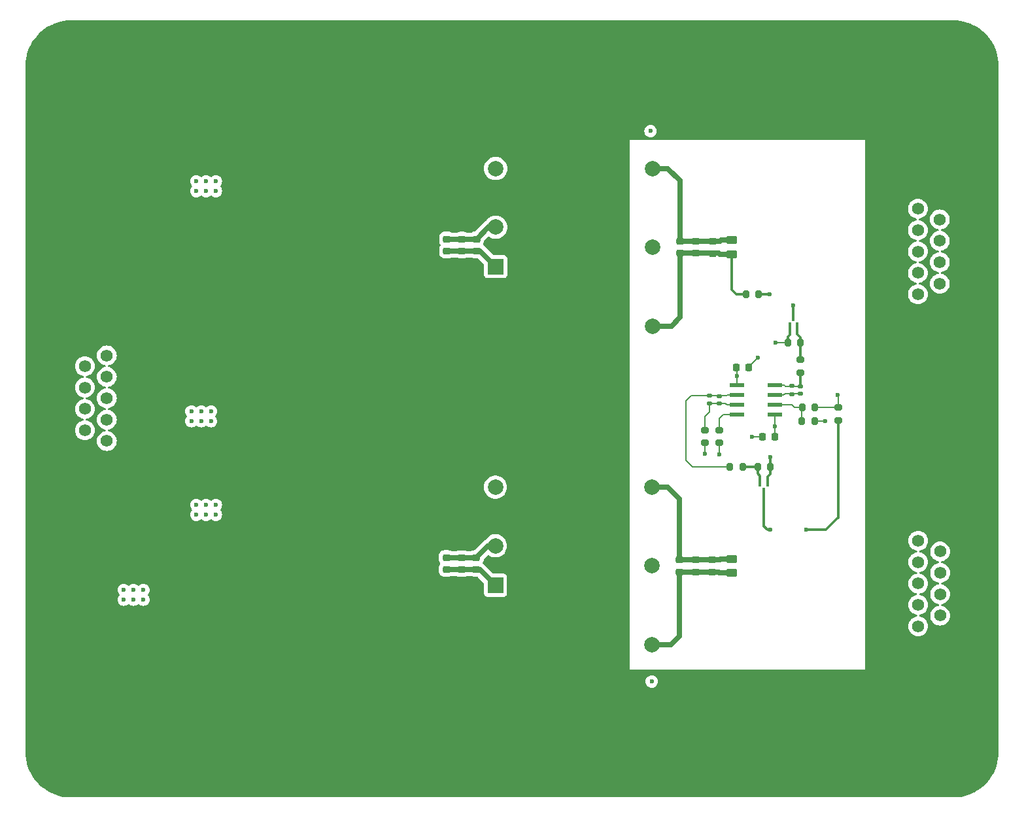
<source format=gbr>
%TF.GenerationSoftware,KiCad,Pcbnew,8.0.6*%
%TF.CreationDate,2025-05-16T11:43:59-04:00*%
%TF.ProjectId,PM5V_Telemetry_Cold_TPC,504d3556-5f54-4656-9c65-6d657472795f,rev?*%
%TF.SameCoordinates,Original*%
%TF.FileFunction,Copper,L6,Bot*%
%TF.FilePolarity,Positive*%
%FSLAX46Y46*%
G04 Gerber Fmt 4.6, Leading zero omitted, Abs format (unit mm)*
G04 Created by KiCad (PCBNEW 8.0.6) date 2025-05-16 11:43:59*
%MOMM*%
%LPD*%
G01*
G04 APERTURE LIST*
G04 Aperture macros list*
%AMRoundRect*
0 Rectangle with rounded corners*
0 $1 Rounding radius*
0 $2 $3 $4 $5 $6 $7 $8 $9 X,Y pos of 4 corners*
0 Add a 4 corners polygon primitive as box body*
4,1,4,$2,$3,$4,$5,$6,$7,$8,$9,$2,$3,0*
0 Add four circle primitives for the rounded corners*
1,1,$1+$1,$2,$3*
1,1,$1+$1,$4,$5*
1,1,$1+$1,$6,$7*
1,1,$1+$1,$8,$9*
0 Add four rect primitives between the rounded corners*
20,1,$1+$1,$2,$3,$4,$5,0*
20,1,$1+$1,$4,$5,$6,$7,0*
20,1,$1+$1,$6,$7,$8,$9,0*
20,1,$1+$1,$8,$9,$2,$3,0*%
G04 Aperture macros list end*
%TA.AperFunction,ComponentPad*%
%ADD10C,6.400000*%
%TD*%
%TA.AperFunction,ComponentPad*%
%ADD11C,1.560000*%
%TD*%
%TA.AperFunction,ComponentPad*%
%ADD12C,4.216000*%
%TD*%
%TA.AperFunction,ComponentPad*%
%ADD13R,2.000000X2.000000*%
%TD*%
%TA.AperFunction,ComponentPad*%
%ADD14C,2.000000*%
%TD*%
%TA.AperFunction,SMDPad,CuDef*%
%ADD15RoundRect,0.250000X0.450000X-0.262500X0.450000X0.262500X-0.450000X0.262500X-0.450000X-0.262500X0*%
%TD*%
%TA.AperFunction,SMDPad,CuDef*%
%ADD16RoundRect,0.200000X0.275000X-0.200000X0.275000X0.200000X-0.275000X0.200000X-0.275000X-0.200000X0*%
%TD*%
%TA.AperFunction,SMDPad,CuDef*%
%ADD17R,1.981200X0.558800*%
%TD*%
%TA.AperFunction,SMDPad,CuDef*%
%ADD18RoundRect,0.200000X0.200000X0.275000X-0.200000X0.275000X-0.200000X-0.275000X0.200000X-0.275000X0*%
%TD*%
%TA.AperFunction,SMDPad,CuDef*%
%ADD19RoundRect,0.140000X0.170000X-0.140000X0.170000X0.140000X-0.170000X0.140000X-0.170000X-0.140000X0*%
%TD*%
%TA.AperFunction,SMDPad,CuDef*%
%ADD20RoundRect,0.225000X0.250000X-0.225000X0.250000X0.225000X-0.250000X0.225000X-0.250000X-0.225000X0*%
%TD*%
%TA.AperFunction,SMDPad,CuDef*%
%ADD21R,0.350800X1.161200*%
%TD*%
%TA.AperFunction,SMDPad,CuDef*%
%ADD22RoundRect,0.225000X0.225000X0.250000X-0.225000X0.250000X-0.225000X-0.250000X0.225000X-0.250000X0*%
%TD*%
%TA.AperFunction,SMDPad,CuDef*%
%ADD23RoundRect,0.225000X-0.225000X-0.250000X0.225000X-0.250000X0.225000X0.250000X-0.225000X0.250000X0*%
%TD*%
%TA.AperFunction,SMDPad,CuDef*%
%ADD24RoundRect,0.135000X0.185000X-0.135000X0.185000X0.135000X-0.185000X0.135000X-0.185000X-0.135000X0*%
%TD*%
%TA.AperFunction,SMDPad,CuDef*%
%ADD25RoundRect,0.200000X-0.200000X-0.275000X0.200000X-0.275000X0.200000X0.275000X-0.200000X0.275000X0*%
%TD*%
%TA.AperFunction,ViaPad*%
%ADD26C,0.600000*%
%TD*%
%TA.AperFunction,Conductor*%
%ADD27C,0.700000*%
%TD*%
%TA.AperFunction,Conductor*%
%ADD28C,0.300000*%
%TD*%
%TA.AperFunction,Conductor*%
%ADD29C,0.200000*%
%TD*%
G04 APERTURE END LIST*
D10*
%TO.P,H3,1,1*%
%TO.N,GNDPWR*%
X208000000Y-33000000D03*
%TD*%
%TO.P,H1,1,1*%
%TO.N,GNDPWR*%
X95000000Y-33000000D03*
%TD*%
D11*
%TO.P,J1,1*%
%TO.N,/V_SEC_RTN*%
X99920000Y-69275000D03*
%TO.P,J1,2*%
X99920000Y-72045000D03*
%TO.P,J1,3*%
%TO.N,unconnected-(J1-Pad3)*%
X99920000Y-74815000D03*
%TO.P,J1,4*%
%TO.N,/V_SEC_RTN*%
X99920000Y-77585000D03*
%TO.P,J1,5*%
X99920000Y-80355000D03*
%TO.P,J1,6*%
%TO.N,/V_SEC_IN*%
X97080000Y-70660000D03*
%TO.P,J1,7*%
X97080000Y-73430000D03*
%TO.P,J1,8*%
X97080000Y-76200000D03*
%TO.P,J1,9*%
X97080000Y-78970000D03*
D12*
%TO.P,J1,S1*%
%TO.N,GNDPWR*%
X98500000Y-62315000D03*
%TO.P,J1,S2*%
X98500000Y-87315000D03*
%TD*%
D10*
%TO.P,H2,1,1*%
%TO.N,GNDPWR*%
X95000000Y-120000000D03*
%TD*%
D11*
%TO.P,J2,1*%
%TO.N,/PM_5V_RTN*%
X204940000Y-61360000D03*
%TO.P,J2,2*%
X204940000Y-58590000D03*
%TO.P,J2,3*%
%TO.N,unconnected-(J2-Pad3)*%
X204940000Y-55820000D03*
%TO.P,J2,4*%
%TO.N,/PM_5V_RTN*%
X204940000Y-53050000D03*
%TO.P,J2,5*%
X204940000Y-50280000D03*
%TO.P,J2,6*%
%TO.N,/M5_OUT*%
X207780000Y-59975000D03*
%TO.P,J2,7*%
X207780000Y-57205000D03*
%TO.P,J2,8*%
%TO.N,/P5_OUT*%
X207780000Y-54435000D03*
%TO.P,J2,9*%
X207780000Y-51665000D03*
D12*
%TO.P,J2,S1*%
%TO.N,GNDPWR*%
X206360000Y-68320000D03*
%TO.P,J2,S2*%
X206360000Y-43320000D03*
%TD*%
D10*
%TO.P,H4,1,1*%
%TO.N,GNDPWR*%
X208000000Y-120000000D03*
%TD*%
D13*
%TO.P,U2,1,+VIN*%
%TO.N,/Main_Converter1/V_POS*%
X150235600Y-99020000D03*
D14*
%TO.P,U2,2,-VIN*%
%TO.N,/Main_Converter1/V_RTN*%
X150235600Y-93920000D03*
%TO.P,U2,3,+VOUT*%
%TO.N,/PM_5V_RTN*%
X170535600Y-106720000D03*
%TO.P,U2,4,TRIM*%
%TO.N,/Main_Converter1/trim*%
X170535600Y-96520000D03*
%TO.P,U2,5,-VOUT*%
%TO.N,/M5_OUT*%
X170535600Y-86320000D03*
%TO.P,U2,6,REMOTE*%
%TO.N,unconnected-(U2-REMOTE-Pad6)*%
X150235600Y-86320000D03*
%TD*%
D13*
%TO.P,U1,1,+VIN*%
%TO.N,/Main_Converter/V_POS*%
X150268100Y-57775000D03*
D14*
%TO.P,U1,2,-VIN*%
%TO.N,/Main_Converter/V_RTN*%
X150268100Y-52675000D03*
%TO.P,U1,3,+VOUT*%
%TO.N,/P5_OUT*%
X170568100Y-65475000D03*
%TO.P,U1,4,TRIM*%
%TO.N,/Main_Converter/trim*%
X170568100Y-55275000D03*
%TO.P,U1,5,-VOUT*%
%TO.N,/PM_5V_RTN*%
X170568100Y-45075000D03*
%TO.P,U1,6,REMOTE*%
%TO.N,unconnected-(U1-REMOTE-Pad6)*%
X150268100Y-45075000D03*
%TD*%
D11*
%TO.P,J3,1*%
%TO.N,/PM_5V_RTN*%
X204980000Y-104350000D03*
%TO.P,J3,2*%
X204980000Y-101580000D03*
%TO.P,J3,3*%
%TO.N,unconnected-(J3-Pad3)*%
X204980000Y-98810000D03*
%TO.P,J3,4*%
%TO.N,/PM_5V_RTN*%
X204980000Y-96040000D03*
%TO.P,J3,5*%
X204980000Y-93270000D03*
%TO.P,J3,6*%
%TO.N,/M5_OUT*%
X207820000Y-102965000D03*
%TO.P,J3,7*%
X207820000Y-100195000D03*
%TO.P,J3,8*%
%TO.N,/P5_OUT*%
X207820000Y-97425000D03*
%TO.P,J3,9*%
X207820000Y-94655000D03*
D12*
%TO.P,J3,S1*%
%TO.N,GNDPWR*%
X206400000Y-111310000D03*
%TO.P,J3,S2*%
X206400000Y-86310000D03*
%TD*%
D15*
%TO.P,R8,1*%
%TO.N,/PM_5V_RTN*%
X180825600Y-97437499D03*
%TO.P,R8,2*%
%TO.N,/M5_OUT*%
X180825600Y-95612499D03*
%TD*%
D16*
%TO.P,R18,1*%
%TO.N,/M5_OUT*%
X177358100Y-80605000D03*
%TO.P,R18,2*%
%TO.N,Net-(U3B--INB)*%
X177358100Y-78955000D03*
%TD*%
D17*
%TO.P,U3,1,A_OUT*%
%TO.N,Net-(U3A-A_OUT)*%
X186401900Y-73145000D03*
%TO.P,U3,2,-INA*%
%TO.N,Net-(U3A--INA)*%
X186401900Y-74415000D03*
%TO.P,U3,3,+INA*%
%TO.N,Net-(U3A-+INA)*%
X186401900Y-75685000D03*
%TO.P,U3,4,VSS*%
%TO.N,/M5_OUT*%
X186401900Y-76955000D03*
%TO.P,U3,5,+INB*%
%TO.N,Net-(U3B-+INB)*%
X181474300Y-76955000D03*
%TO.P,U3,6,-INB*%
%TO.N,Net-(U3B--INB)*%
X181474300Y-75685000D03*
%TO.P,U3,7,B_OUT*%
%TO.N,Net-(U3B-B_OUT)*%
X181474300Y-74415000D03*
%TO.P,U3,8,VCC*%
%TO.N,/P5_OUT*%
X181474300Y-73145000D03*
%TD*%
D18*
%TO.P,R13,1*%
%TO.N,/P5_OUT*%
X191588100Y-76030000D03*
%TO.P,R13,2*%
%TO.N,Net-(U3A-+INA)*%
X189938100Y-76030000D03*
%TD*%
D19*
%TO.P,C23,1*%
%TO.N,Net-(U3A--INA)*%
X189728100Y-74230000D03*
%TO.P,C23,2*%
%TO.N,Net-(U3A-A_OUT)*%
X189728100Y-73270000D03*
%TD*%
%TO.P,R19,1*%
%TO.N,Net-(U3B--INB)*%
X179228100Y-75490000D03*
%TO.P,R19,2*%
%TO.N,Net-(U3B-B_OUT)*%
X179228100Y-74530000D03*
%TD*%
D20*
%TO.P,C15,1*%
%TO.N,/Main_Converter1/V_POS*%
X147755600Y-97000001D03*
%TO.P,C15,2*%
%TO.N,/Main_Converter1/V_RTN*%
X147755600Y-95450001D03*
%TD*%
%TO.P,C5,1*%
%TO.N,/Main_Converter/V_POS*%
X147788100Y-55755000D03*
%TO.P,C5,2*%
%TO.N,/Main_Converter/V_RTN*%
X147788100Y-54205000D03*
%TD*%
%TO.P,C17,1*%
%TO.N,/PM_5V_RTN*%
X174095600Y-97299999D03*
%TO.P,C17,2*%
%TO.N,/M5_OUT*%
X174095600Y-95749999D03*
%TD*%
D21*
%TO.P,M1,1,1*%
%TO.N,Net-(M1-Pad1)*%
X189328099Y-65605000D03*
%TO.P,M1,2,2*%
%TO.N,/PM_5V_RTN*%
X188328101Y-65605000D03*
%TO.P,M1,3,3*%
%TO.N,Net-(D1-Pad1)*%
X188828100Y-64255000D03*
%TD*%
D22*
%TO.P,C21,1*%
%TO.N,/PM_5V_RTN*%
X183013100Y-70810000D03*
%TO.P,C21,2*%
%TO.N,/P5_OUT*%
X181463100Y-70810000D03*
%TD*%
D21*
%TO.P,M2,1,1*%
%TO.N,Net-(M2-Pad1)*%
X184508101Y-85635000D03*
%TO.P,M2,2,2*%
%TO.N,/PM_5V_RTN*%
X185508099Y-85635000D03*
%TO.P,M2,3,3*%
%TO.N,Net-(D2-Pad1)*%
X185008100Y-86985000D03*
%TD*%
D23*
%TO.P,C22,1*%
%TO.N,/PM_5V_RTN*%
X184843100Y-79780000D03*
%TO.P,C22,2*%
%TO.N,/M5_OUT*%
X186393100Y-79780000D03*
%TD*%
D16*
%TO.P,R20,1*%
%TO.N,/PM_5V_RTN*%
X179238100Y-80610000D03*
%TO.P,R20,2*%
%TO.N,Net-(U3B-+INB)*%
X179238100Y-78960000D03*
%TD*%
D20*
%TO.P,C7,1*%
%TO.N,/P5_OUT*%
X176178100Y-56055000D03*
%TO.P,C7,2*%
%TO.N,/PM_5V_RTN*%
X176178100Y-54505000D03*
%TD*%
D16*
%TO.P,R9,1*%
%TO.N,Net-(U3A-A_OUT)*%
X189738100Y-71475000D03*
%TO.P,R9,2*%
%TO.N,Net-(M1-Pad1)*%
X189738100Y-69825000D03*
%TD*%
D15*
%TO.P,R2,1*%
%TO.N,/P5_OUT*%
X180858100Y-56192500D03*
%TO.P,R2,2*%
%TO.N,/PM_5V_RTN*%
X180858100Y-54367500D03*
%TD*%
D20*
%TO.P,C4,1*%
%TO.N,/Main_Converter/V_POS*%
X145898100Y-55760000D03*
%TO.P,C4,2*%
%TO.N,/Main_Converter/V_RTN*%
X145898100Y-54210000D03*
%TD*%
%TO.P,C8,1*%
%TO.N,/P5_OUT*%
X178338100Y-56075000D03*
%TO.P,C8,2*%
%TO.N,/PM_5V_RTN*%
X178338100Y-54525000D03*
%TD*%
D16*
%TO.P,R17,1*%
%TO.N,Net-(D2-Pad2)*%
X194598100Y-77675000D03*
%TO.P,R17,2*%
%TO.N,/P5_OUT*%
X194598100Y-76025000D03*
%TD*%
D20*
%TO.P,C14,1*%
%TO.N,/Main_Converter1/V_POS*%
X145865600Y-97005001D03*
%TO.P,C14,2*%
%TO.N,/Main_Converter1/V_RTN*%
X145865600Y-95455001D03*
%TD*%
D24*
%TO.P,R12,1*%
%TO.N,Net-(U3A--INA)*%
X188588100Y-74270000D03*
%TO.P,R12,2*%
%TO.N,Net-(U3A-A_OUT)*%
X188588100Y-73250000D03*
%TD*%
D25*
%TO.P,R15,1*%
%TO.N,Net-(U3B-B_OUT)*%
X180593100Y-83700000D03*
%TO.P,R15,2*%
%TO.N,Net-(M2-Pad1)*%
X182243100Y-83700000D03*
%TD*%
D20*
%TO.P,C18,1*%
%TO.N,/PM_5V_RTN*%
X176145600Y-97299999D03*
%TO.P,C18,2*%
%TO.N,/M5_OUT*%
X176145600Y-95749999D03*
%TD*%
%TO.P,C19,1*%
%TO.N,/PM_5V_RTN*%
X178305600Y-97319999D03*
%TO.P,C19,2*%
%TO.N,/M5_OUT*%
X178305600Y-95769999D03*
%TD*%
%TO.P,C3,1*%
%TO.N,/Main_Converter/V_POS*%
X143928100Y-55755000D03*
%TO.P,C3,2*%
%TO.N,/Main_Converter/V_RTN*%
X143928100Y-54205000D03*
%TD*%
%TO.P,C6,1*%
%TO.N,/P5_OUT*%
X174128100Y-56055000D03*
%TO.P,C6,2*%
%TO.N,/PM_5V_RTN*%
X174128100Y-54505000D03*
%TD*%
%TO.P,C13,1*%
%TO.N,/Main_Converter1/V_POS*%
X143895600Y-97000001D03*
%TO.P,C13,2*%
%TO.N,/Main_Converter1/V_RTN*%
X143895600Y-95450001D03*
%TD*%
D18*
%TO.P,R11,1*%
%TO.N,Net-(D1-Pad2)*%
X184323100Y-61370000D03*
%TO.P,R11,2*%
%TO.N,/P5_OUT*%
X182673100Y-61370000D03*
%TD*%
D25*
%TO.P,R16,1*%
%TO.N,Net-(M2-Pad1)*%
X184193100Y-83700000D03*
%TO.P,R16,2*%
%TO.N,/PM_5V_RTN*%
X185843100Y-83700000D03*
%TD*%
%TO.P,R14,1*%
%TO.N,Net-(U3A-+INA)*%
X189928100Y-77790000D03*
%TO.P,R14,2*%
%TO.N,/PM_5V_RTN*%
X191578100Y-77790000D03*
%TD*%
D19*
%TO.P,C24,1*%
%TO.N,Net-(U3B--INB)*%
X177958100Y-75480000D03*
%TO.P,C24,2*%
%TO.N,Net-(U3B-B_OUT)*%
X177958100Y-74520000D03*
%TD*%
D18*
%TO.P,R10,1*%
%TO.N,Net-(M1-Pad1)*%
X189753100Y-67640000D03*
%TO.P,R10,2*%
%TO.N,/PM_5V_RTN*%
X188103100Y-67640000D03*
%TD*%
D26*
%TO.N,/V_SEC_RTN*%
X111506000Y-88646000D03*
X112776000Y-48006000D03*
X111506000Y-46736000D03*
X111506000Y-89916000D03*
X112776000Y-89916000D03*
X114046000Y-46736000D03*
X114046000Y-48006000D03*
X112776000Y-46736000D03*
X114046000Y-88646000D03*
X114046000Y-89916000D03*
X112776000Y-88646000D03*
X111506000Y-48006000D03*
%TO.N,/P5_OUT*%
X194564000Y-74422000D03*
X181474300Y-71950000D03*
%TO.N,/PM_5V_RTN*%
X179238100Y-82080000D03*
X185868900Y-82427600D03*
X186468100Y-67620000D03*
X192928100Y-77790000D03*
X184188100Y-69560000D03*
X170318100Y-40230000D03*
X170483000Y-111506000D03*
X183418100Y-79770000D03*
%TO.N,GNDPWR*%
X165868100Y-40220000D03*
X166035500Y-111481000D03*
%TO.N,/M5_OUT*%
X186401900Y-78450000D03*
X177378100Y-82030000D03*
%TO.N,Net-(D1-Pad2)*%
X185758100Y-61370000D03*
%TO.N,Net-(D1-Pad1)*%
X188828100Y-62770000D03*
%TO.N,Net-(D2-Pad1)*%
X185818100Y-91830000D03*
%TO.N,Net-(D2-Pad2)*%
X190508100Y-91840000D03*
%TO.N,/V_SEC_IN*%
X110870000Y-76520000D03*
X104660000Y-100910000D03*
X103390000Y-100910000D03*
X103390000Y-99640000D03*
X110870000Y-77790000D03*
X102120000Y-99640000D03*
X113410000Y-77790000D03*
X104660000Y-99640000D03*
X112140000Y-77790000D03*
X113410000Y-76520000D03*
X102120000Y-100910000D03*
X112140000Y-76520000D03*
%TD*%
D27*
%TO.N,/Main_Converter/V_RTN*%
X149318100Y-52675000D02*
X147788100Y-54205000D01*
X150268100Y-52675000D02*
X149318100Y-52675000D01*
X147788100Y-54205000D02*
X143928100Y-54205000D01*
%TO.N,/Main_Converter/V_POS*%
X143928100Y-55755000D02*
X147788100Y-55755000D01*
X148248100Y-55755000D02*
X150268100Y-57775000D01*
X147788100Y-55755000D02*
X148248100Y-55755000D01*
D28*
%TO.N,/P5_OUT*%
X180858100Y-60800000D02*
X180858100Y-56192500D01*
D27*
X174128100Y-56055000D02*
X179143100Y-56055000D01*
D29*
X194598100Y-76025000D02*
X194564000Y-76025000D01*
X194598100Y-74456100D02*
X194564000Y-74422000D01*
X181474300Y-73145000D02*
X181474300Y-71950000D01*
D27*
X179280600Y-56192500D02*
X180858100Y-56192500D01*
X174128100Y-56055000D02*
X174128100Y-64360000D01*
D29*
X194564000Y-76025000D02*
X191593100Y-76025000D01*
X194598100Y-76025000D02*
X194598100Y-74456100D01*
D27*
X174128100Y-64360000D02*
X173013100Y-65475000D01*
X179143100Y-56055000D02*
X179280600Y-56192500D01*
D29*
X191593100Y-76025000D02*
X191588100Y-76030000D01*
X181474300Y-70821200D02*
X181463100Y-70810000D01*
D28*
X182673100Y-61370000D02*
X181428100Y-61370000D01*
D29*
X181474300Y-71950000D02*
X181474300Y-70821200D01*
D27*
X173013100Y-65475000D02*
X170568100Y-65475000D01*
D28*
X181428100Y-61370000D02*
X180858100Y-60800000D01*
%TO.N,/PM_5V_RTN*%
X185843100Y-84635000D02*
X185868900Y-83646800D01*
D27*
X179303100Y-54525000D02*
X179460600Y-54367500D01*
X178318100Y-54505000D02*
X178338100Y-54525000D01*
D28*
X185508099Y-85635000D02*
X185508099Y-84970001D01*
D29*
X179238100Y-80610000D02*
X179238100Y-82080000D01*
D27*
X172573100Y-45075000D02*
X170568100Y-45075000D01*
D28*
X185868900Y-83646800D02*
X185843100Y-83700000D01*
D29*
X183013100Y-70735000D02*
X184188100Y-69560000D01*
D27*
X174128100Y-54505000D02*
X174128100Y-46630000D01*
D28*
X188328101Y-66619999D02*
X188328101Y-65605000D01*
X188103100Y-67630000D02*
X188103100Y-66845000D01*
D27*
X174095600Y-105605000D02*
X172980600Y-106720000D01*
X174095600Y-97300000D02*
X179110600Y-97300000D01*
D29*
X184843100Y-79780000D02*
X183428100Y-79780000D01*
D27*
X174095600Y-97300000D02*
X174095600Y-105605000D01*
X179110600Y-97300000D02*
X179248100Y-97437500D01*
X179248100Y-97437500D02*
X180825600Y-97437500D01*
D29*
X191578100Y-77790000D02*
X192928100Y-77790000D01*
D28*
X185843100Y-82453400D02*
X185868900Y-82427600D01*
X185508099Y-84970001D02*
X185843100Y-84635000D01*
D27*
X174128100Y-54505000D02*
X178318100Y-54505000D01*
X172980600Y-106720000D02*
X170535600Y-106720000D01*
D28*
X185843100Y-83700000D02*
X185843100Y-82453400D01*
D27*
X179460600Y-54367500D02*
X180858100Y-54367500D01*
X178338100Y-54525000D02*
X179303100Y-54525000D01*
D29*
X183428100Y-79780000D02*
X183418100Y-79770000D01*
X186488100Y-67640000D02*
X186468100Y-67620000D01*
D27*
X174128100Y-46630000D02*
X172573100Y-45075000D01*
D29*
X188103100Y-67640000D02*
X186488100Y-67640000D01*
D28*
X188103100Y-66845000D02*
X188328101Y-66619999D01*
D29*
X183013100Y-70810000D02*
X183013100Y-70735000D01*
X188103100Y-67640000D02*
X188103100Y-67630000D01*
D27*
%TO.N,/Main_Converter1/V_POS*%
X147755600Y-97000000D02*
X148215600Y-97000000D01*
X143895600Y-97000000D02*
X147755600Y-97000000D01*
X148215600Y-97000000D02*
X150235600Y-99020000D01*
%TO.N,/Main_Converter1/V_RTN*%
X150235600Y-93920000D02*
X149285600Y-93920000D01*
X149285600Y-93920000D02*
X147755600Y-95450000D01*
X147755600Y-95450000D02*
X143895600Y-95450000D01*
%TO.N,/M5_OUT*%
X172540600Y-86320000D02*
X170535600Y-86320000D01*
D29*
X186401900Y-76955000D02*
X186401900Y-78450000D01*
X186401900Y-79771200D02*
X186393100Y-79780000D01*
D27*
X178285600Y-95750000D02*
X178305600Y-95770000D01*
X174095600Y-87875000D02*
X172540600Y-86320000D01*
D29*
X186401900Y-78450000D02*
X186401900Y-79771200D01*
D27*
X179428100Y-95612500D02*
X180825600Y-95612500D01*
X178305600Y-95770000D02*
X179270600Y-95770000D01*
X174095600Y-95750000D02*
X178285600Y-95750000D01*
D29*
X177358100Y-80605000D02*
X177358100Y-82010000D01*
D27*
X174095600Y-95750000D02*
X174095600Y-87875000D01*
X179270600Y-95770000D02*
X179428100Y-95612500D01*
D29*
X177358100Y-82010000D02*
X177378100Y-82030000D01*
%TO.N,Net-(U3A-A_OUT)*%
X189738100Y-73260000D02*
X189728100Y-73270000D01*
X187778100Y-73270000D02*
X189728100Y-73270000D01*
X187653100Y-73145000D02*
X187778100Y-73270000D01*
D28*
X189738100Y-71475000D02*
X189738100Y-73260000D01*
D29*
X186401900Y-73145000D02*
X187653100Y-73145000D01*
%TO.N,Net-(U3A--INA)*%
X186401900Y-74415000D02*
X187563100Y-74415000D01*
X187748100Y-74230000D02*
X189728100Y-74230000D01*
X187563100Y-74415000D02*
X187748100Y-74230000D01*
%TO.N,Net-(U3B--INB)*%
X177958100Y-76600000D02*
X177358100Y-77200000D01*
X180028100Y-75480000D02*
X177958100Y-75480000D01*
X177958100Y-75480000D02*
X177958100Y-76600000D01*
X180233100Y-75685000D02*
X180028100Y-75480000D01*
X177358100Y-77200000D02*
X177358100Y-78955000D01*
X181474300Y-75685000D02*
X180233100Y-75685000D01*
%TO.N,Net-(U3B-B_OUT)*%
X180303100Y-74415000D02*
X180198100Y-74520000D01*
X175768100Y-83700000D02*
X174898100Y-82830000D01*
X180593100Y-83700000D02*
X175768100Y-83700000D01*
X181474300Y-74415000D02*
X180303100Y-74415000D01*
X180198100Y-74520000D02*
X177958100Y-74520000D01*
X175558100Y-74520000D02*
X177958100Y-74520000D01*
X174898100Y-82830000D02*
X174898100Y-75180000D01*
X174898100Y-75180000D02*
X175558100Y-74520000D01*
D28*
%TO.N,Net-(D1-Pad2)*%
X184323100Y-61370000D02*
X185758100Y-61370000D01*
%TO.N,Net-(D1-Pad1)*%
X188828100Y-64255000D02*
X188828100Y-62770000D01*
%TO.N,Net-(D2-Pad1)*%
X185818100Y-91830000D02*
X185458100Y-91830000D01*
X185458100Y-91830000D02*
X185008100Y-91380000D01*
X185008100Y-91380000D02*
X185008100Y-86985000D01*
%TO.N,Net-(D2-Pad2)*%
X194538100Y-90350000D02*
X193058100Y-91830000D01*
X193058100Y-91830000D02*
X190518100Y-91830000D01*
D29*
X190518100Y-91830000D02*
X190508100Y-91840000D01*
D28*
X194598100Y-90290000D02*
X194538100Y-90350000D01*
X194598100Y-77675000D02*
X194598100Y-90290000D01*
D29*
%TO.N,Net-(U3A-+INA)*%
X188583100Y-75685000D02*
X186401900Y-75685000D01*
X189928100Y-76040000D02*
X189938100Y-76030000D01*
X188938100Y-76040000D02*
X188583100Y-75685000D01*
X189928100Y-77790000D02*
X189928100Y-76040000D01*
X189928100Y-76040000D02*
X188938100Y-76040000D01*
%TO.N,Net-(U3B-+INB)*%
X179693100Y-76955000D02*
X181474300Y-76955000D01*
X179238100Y-77410000D02*
X179693100Y-76955000D01*
X179238100Y-78960000D02*
X179238100Y-77410000D01*
D28*
%TO.N,Net-(M1-Pad1)*%
X189753100Y-67640000D02*
X189753100Y-66965000D01*
X189328099Y-66539999D02*
X189328099Y-65605000D01*
D29*
X189738100Y-67655000D02*
X189753100Y-67640000D01*
D28*
X189753100Y-66965000D02*
X189328099Y-66539999D01*
X189738100Y-69825000D02*
X189738100Y-67655000D01*
%TO.N,Net-(M2-Pad1)*%
X184193100Y-84575000D02*
X184193100Y-83700000D01*
X184508101Y-85635000D02*
X184508101Y-84890001D01*
X184193100Y-83700000D02*
X182243100Y-83700000D01*
X184508101Y-84890001D02*
X184193100Y-84575000D01*
%TD*%
%TA.AperFunction,Conductor*%
%TO.N,GNDPWR*%
G36*
X209552443Y-25900596D02*
G01*
X210004096Y-25918341D01*
X210013766Y-25919102D01*
X210460230Y-25971945D01*
X210469835Y-25973466D01*
X210910763Y-26061172D01*
X210920223Y-26063443D01*
X211352897Y-26185470D01*
X211362157Y-26188478D01*
X211783937Y-26344081D01*
X211792933Y-26347807D01*
X212201203Y-26536022D01*
X212209866Y-26540437D01*
X212602108Y-26760104D01*
X212610410Y-26765191D01*
X212984199Y-27014948D01*
X212992073Y-27020668D01*
X213345128Y-27298995D01*
X213352519Y-27305308D01*
X213682649Y-27610477D01*
X213689528Y-27617356D01*
X213994686Y-27947474D01*
X214001009Y-27954877D01*
X214279328Y-28307923D01*
X214285051Y-28315800D01*
X214534808Y-28689589D01*
X214539895Y-28697891D01*
X214759562Y-29090133D01*
X214763983Y-29098808D01*
X214952192Y-29507067D01*
X214955918Y-29516062D01*
X215111521Y-29937842D01*
X215114529Y-29947102D01*
X215236555Y-30379772D01*
X215238828Y-30389240D01*
X215326532Y-30830159D01*
X215328055Y-30839775D01*
X215380895Y-31286214D01*
X215381659Y-31295921D01*
X215399404Y-31747556D01*
X215399500Y-31752424D01*
X215399500Y-120647575D01*
X215399404Y-120652443D01*
X215381659Y-121104078D01*
X215380895Y-121113785D01*
X215328055Y-121560224D01*
X215326532Y-121569840D01*
X215238828Y-122010759D01*
X215236555Y-122020227D01*
X215114529Y-122452897D01*
X215111521Y-122462157D01*
X214955918Y-122883937D01*
X214952192Y-122892932D01*
X214763983Y-123301191D01*
X214759562Y-123309866D01*
X214539895Y-123702108D01*
X214534808Y-123710410D01*
X214285051Y-124084199D01*
X214279328Y-124092076D01*
X214001009Y-124445122D01*
X213994686Y-124452525D01*
X213689528Y-124782643D01*
X213682643Y-124789528D01*
X213352525Y-125094686D01*
X213345122Y-125101009D01*
X212992076Y-125379328D01*
X212984199Y-125385051D01*
X212610410Y-125634808D01*
X212602108Y-125639895D01*
X212209866Y-125859562D01*
X212201191Y-125863983D01*
X211792932Y-126052192D01*
X211783937Y-126055918D01*
X211362157Y-126211521D01*
X211352897Y-126214529D01*
X210920227Y-126336555D01*
X210910759Y-126338828D01*
X210469840Y-126426532D01*
X210460224Y-126428055D01*
X210013785Y-126480895D01*
X210004078Y-126481659D01*
X209552443Y-126499404D01*
X209547575Y-126499500D01*
X95252425Y-126499500D01*
X95247557Y-126499404D01*
X94795921Y-126481659D01*
X94786214Y-126480895D01*
X94339775Y-126428055D01*
X94330159Y-126426532D01*
X93889240Y-126338828D01*
X93879772Y-126336555D01*
X93447102Y-126214529D01*
X93437842Y-126211521D01*
X93016062Y-126055918D01*
X93007067Y-126052192D01*
X92598808Y-125863983D01*
X92590133Y-125859562D01*
X92197891Y-125639895D01*
X92189589Y-125634808D01*
X91815800Y-125385051D01*
X91807923Y-125379328D01*
X91454877Y-125101009D01*
X91447474Y-125094686D01*
X91117350Y-124789522D01*
X91110477Y-124782649D01*
X90805308Y-124452519D01*
X90798990Y-124445122D01*
X90520671Y-124092076D01*
X90514948Y-124084199D01*
X90265191Y-123710410D01*
X90260104Y-123702108D01*
X90040437Y-123309866D01*
X90036022Y-123301203D01*
X89847807Y-122892932D01*
X89844081Y-122883937D01*
X89688478Y-122462157D01*
X89685470Y-122452897D01*
X89563444Y-122020227D01*
X89561171Y-122010759D01*
X89473466Y-121569835D01*
X89471944Y-121560224D01*
X89450939Y-121382752D01*
X89419102Y-121113766D01*
X89418341Y-121104096D01*
X89400596Y-120652443D01*
X89400500Y-120647575D01*
X89400500Y-111505996D01*
X169677435Y-111505996D01*
X169677435Y-111506003D01*
X169697630Y-111685249D01*
X169697631Y-111685254D01*
X169757211Y-111855523D01*
X169853184Y-112008262D01*
X169980738Y-112135816D01*
X170133478Y-112231789D01*
X170303745Y-112291368D01*
X170303750Y-112291369D01*
X170482996Y-112311565D01*
X170483000Y-112311565D01*
X170483004Y-112311565D01*
X170662249Y-112291369D01*
X170662252Y-112291368D01*
X170662255Y-112291368D01*
X170832522Y-112231789D01*
X170985262Y-112135816D01*
X171112816Y-112008262D01*
X171208789Y-111855522D01*
X171268368Y-111685255D01*
X171288565Y-111506000D01*
X171268368Y-111326745D01*
X171208789Y-111156478D01*
X171112816Y-111003738D01*
X170985262Y-110876184D01*
X170832523Y-110780211D01*
X170662254Y-110720631D01*
X170662249Y-110720630D01*
X170483004Y-110700435D01*
X170482996Y-110700435D01*
X170303750Y-110720630D01*
X170303745Y-110720631D01*
X170133476Y-110780211D01*
X169980737Y-110876184D01*
X169853184Y-111003737D01*
X169757211Y-111156476D01*
X169697631Y-111326745D01*
X169697630Y-111326750D01*
X169677435Y-111505996D01*
X89400500Y-111505996D01*
X89400500Y-109982000D01*
X167640000Y-109982000D01*
X198120000Y-109982000D01*
X198120000Y-93269998D01*
X203694609Y-93269998D01*
X203694609Y-93270001D01*
X203714136Y-93493200D01*
X203714137Y-93493208D01*
X203772126Y-93709625D01*
X203772127Y-93709627D01*
X203772128Y-93709630D01*
X203827683Y-93828768D01*
X203866819Y-93912696D01*
X203866821Y-93912700D01*
X203995329Y-94096228D01*
X203995334Y-94096234D01*
X204153765Y-94254665D01*
X204153771Y-94254670D01*
X204337299Y-94383178D01*
X204337301Y-94383179D01*
X204337304Y-94383181D01*
X204540370Y-94477872D01*
X204754414Y-94535225D01*
X204814074Y-94571590D01*
X204844603Y-94634437D01*
X204836308Y-94703813D01*
X204791823Y-94757691D01*
X204754415Y-94774774D01*
X204705230Y-94787953D01*
X204540374Y-94832126D01*
X204540368Y-94832129D01*
X204337306Y-94926818D01*
X204337304Y-94926819D01*
X204153764Y-95055334D01*
X203995334Y-95213764D01*
X203866819Y-95397304D01*
X203866818Y-95397306D01*
X203772129Y-95600368D01*
X203772126Y-95600374D01*
X203714137Y-95816791D01*
X203714136Y-95816799D01*
X203694609Y-96039998D01*
X203694609Y-96040001D01*
X203714136Y-96263200D01*
X203714137Y-96263208D01*
X203772126Y-96479625D01*
X203772127Y-96479627D01*
X203772128Y-96479630D01*
X203827683Y-96598768D01*
X203866819Y-96682696D01*
X203866821Y-96682700D01*
X203995329Y-96866228D01*
X203995334Y-96866234D01*
X204153765Y-97024665D01*
X204153771Y-97024670D01*
X204337299Y-97153178D01*
X204337301Y-97153179D01*
X204337304Y-97153181D01*
X204540370Y-97247872D01*
X204754414Y-97305225D01*
X204814074Y-97341590D01*
X204844603Y-97404437D01*
X204836308Y-97473813D01*
X204791823Y-97527691D01*
X204754415Y-97544774D01*
X204705230Y-97557953D01*
X204540374Y-97602126D01*
X204540368Y-97602129D01*
X204337306Y-97696818D01*
X204337304Y-97696819D01*
X204153764Y-97825334D01*
X203995334Y-97983764D01*
X203866819Y-98167304D01*
X203866818Y-98167306D01*
X203772129Y-98370368D01*
X203772126Y-98370374D01*
X203714137Y-98586791D01*
X203714136Y-98586799D01*
X203694609Y-98809998D01*
X203694609Y-98810001D01*
X203714136Y-99033200D01*
X203714137Y-99033208D01*
X203772126Y-99249625D01*
X203772127Y-99249627D01*
X203772128Y-99249630D01*
X203827683Y-99368768D01*
X203866819Y-99452696D01*
X203866821Y-99452700D01*
X203995329Y-99636228D01*
X203995334Y-99636234D01*
X204153765Y-99794665D01*
X204153771Y-99794670D01*
X204337299Y-99923178D01*
X204337301Y-99923179D01*
X204337304Y-99923181D01*
X204540370Y-100017872D01*
X204754414Y-100075225D01*
X204814074Y-100111590D01*
X204844603Y-100174437D01*
X204836308Y-100243813D01*
X204791823Y-100297691D01*
X204754415Y-100314774D01*
X204705230Y-100327953D01*
X204540374Y-100372126D01*
X204540368Y-100372129D01*
X204337306Y-100466818D01*
X204337304Y-100466819D01*
X204153764Y-100595334D01*
X203995334Y-100753764D01*
X203866819Y-100937304D01*
X203866818Y-100937306D01*
X203772129Y-101140368D01*
X203772126Y-101140374D01*
X203714137Y-101356791D01*
X203714136Y-101356799D01*
X203694609Y-101579998D01*
X203694609Y-101580001D01*
X203714136Y-101803200D01*
X203714137Y-101803208D01*
X203772126Y-102019625D01*
X203772127Y-102019627D01*
X203772128Y-102019630D01*
X203827683Y-102138768D01*
X203866819Y-102222696D01*
X203866821Y-102222700D01*
X203995329Y-102406228D01*
X203995334Y-102406234D01*
X204153765Y-102564665D01*
X204153771Y-102564670D01*
X204337299Y-102693178D01*
X204337301Y-102693179D01*
X204337304Y-102693181D01*
X204540370Y-102787872D01*
X204754414Y-102845225D01*
X204814074Y-102881590D01*
X204844603Y-102944437D01*
X204836308Y-103013813D01*
X204791823Y-103067691D01*
X204754415Y-103084774D01*
X204705230Y-103097953D01*
X204540374Y-103142126D01*
X204540368Y-103142129D01*
X204337306Y-103236818D01*
X204337304Y-103236819D01*
X204153764Y-103365334D01*
X203995334Y-103523764D01*
X203866819Y-103707304D01*
X203866818Y-103707306D01*
X203772129Y-103910368D01*
X203772126Y-103910374D01*
X203714137Y-104126791D01*
X203714136Y-104126799D01*
X203694609Y-104349998D01*
X203694609Y-104350001D01*
X203714136Y-104573200D01*
X203714137Y-104573208D01*
X203772126Y-104789625D01*
X203772127Y-104789627D01*
X203772128Y-104789630D01*
X203866819Y-104992696D01*
X203866821Y-104992700D01*
X203995329Y-105176228D01*
X203995334Y-105176234D01*
X204153765Y-105334665D01*
X204153771Y-105334670D01*
X204337299Y-105463178D01*
X204337301Y-105463179D01*
X204337304Y-105463181D01*
X204540370Y-105557872D01*
X204756794Y-105615863D01*
X204916226Y-105629811D01*
X204979998Y-105635391D01*
X204980000Y-105635391D01*
X204980002Y-105635391D01*
X205035801Y-105630509D01*
X205203206Y-105615863D01*
X205419630Y-105557872D01*
X205622696Y-105463181D01*
X205806233Y-105334667D01*
X205964667Y-105176233D01*
X206093181Y-104992696D01*
X206187872Y-104789630D01*
X206245863Y-104573206D01*
X206265391Y-104350000D01*
X206245863Y-104126794D01*
X206187872Y-103910370D01*
X206093181Y-103707305D01*
X205964667Y-103523767D01*
X205806233Y-103365333D01*
X205806229Y-103365330D01*
X205806228Y-103365329D01*
X205622700Y-103236821D01*
X205622696Y-103236819D01*
X205518449Y-103188208D01*
X205419630Y-103142128D01*
X205419626Y-103142127D01*
X205419622Y-103142125D01*
X205257884Y-103098788D01*
X205205585Y-103084774D01*
X205145925Y-103048410D01*
X205115396Y-102985563D01*
X205123691Y-102916188D01*
X205168176Y-102862310D01*
X205205584Y-102845225D01*
X205419630Y-102787872D01*
X205622696Y-102693181D01*
X205806233Y-102564667D01*
X205964667Y-102406233D01*
X206093181Y-102222696D01*
X206187872Y-102019630D01*
X206245863Y-101803206D01*
X206265391Y-101580000D01*
X206245863Y-101356794D01*
X206187872Y-101140370D01*
X206093181Y-100937305D01*
X205964667Y-100753767D01*
X205806233Y-100595333D01*
X205806229Y-100595330D01*
X205806228Y-100595329D01*
X205622700Y-100466821D01*
X205622696Y-100466819D01*
X205518449Y-100418208D01*
X205419630Y-100372128D01*
X205419626Y-100372127D01*
X205419622Y-100372125D01*
X205257884Y-100328788D01*
X205205585Y-100314774D01*
X205145925Y-100278410D01*
X205115396Y-100215563D01*
X205123691Y-100146188D01*
X205168176Y-100092310D01*
X205205584Y-100075225D01*
X205419630Y-100017872D01*
X205622696Y-99923181D01*
X205806233Y-99794667D01*
X205964667Y-99636233D01*
X206093181Y-99452696D01*
X206187872Y-99249630D01*
X206245863Y-99033206D01*
X206265391Y-98810000D01*
X206245863Y-98586794D01*
X206187872Y-98370370D01*
X206093181Y-98167305D01*
X205964667Y-97983767D01*
X205806233Y-97825333D01*
X205806229Y-97825330D01*
X205806228Y-97825329D01*
X205622700Y-97696821D01*
X205622696Y-97696819D01*
X205549002Y-97662455D01*
X205419630Y-97602128D01*
X205419626Y-97602127D01*
X205419622Y-97602125D01*
X205257884Y-97558788D01*
X205205585Y-97544774D01*
X205145925Y-97508410D01*
X205115396Y-97445563D01*
X205123691Y-97376188D01*
X205168176Y-97322310D01*
X205205584Y-97305225D01*
X205419630Y-97247872D01*
X205622696Y-97153181D01*
X205806233Y-97024667D01*
X205964667Y-96866233D01*
X206093181Y-96682696D01*
X206187872Y-96479630D01*
X206245863Y-96263206D01*
X206265391Y-96040000D01*
X206245863Y-95816794D01*
X206187872Y-95600370D01*
X206093181Y-95397305D01*
X205964667Y-95213767D01*
X205806233Y-95055333D01*
X205806229Y-95055330D01*
X205806228Y-95055329D01*
X205622700Y-94926821D01*
X205622696Y-94926819D01*
X205518449Y-94878208D01*
X205419630Y-94832128D01*
X205419626Y-94832127D01*
X205419622Y-94832125D01*
X205257884Y-94788788D01*
X205205585Y-94774774D01*
X205145925Y-94738410D01*
X205115396Y-94675563D01*
X205117855Y-94654998D01*
X206534609Y-94654998D01*
X206534609Y-94655001D01*
X206554136Y-94878200D01*
X206554137Y-94878208D01*
X206612126Y-95094625D01*
X206612127Y-95094627D01*
X206612128Y-95094630D01*
X206667683Y-95213768D01*
X206706819Y-95297696D01*
X206706821Y-95297700D01*
X206835329Y-95481228D01*
X206835334Y-95481234D01*
X206993765Y-95639665D01*
X206993771Y-95639670D01*
X207177299Y-95768178D01*
X207177301Y-95768179D01*
X207177304Y-95768181D01*
X207380370Y-95862872D01*
X207594414Y-95920225D01*
X207654074Y-95956590D01*
X207684603Y-96019437D01*
X207676308Y-96088813D01*
X207631823Y-96142691D01*
X207594415Y-96159774D01*
X207545230Y-96172953D01*
X207380374Y-96217126D01*
X207380368Y-96217129D01*
X207177306Y-96311818D01*
X207177304Y-96311819D01*
X206993764Y-96440334D01*
X206835334Y-96598764D01*
X206706819Y-96782304D01*
X206706818Y-96782306D01*
X206612129Y-96985368D01*
X206612126Y-96985374D01*
X206554137Y-97201791D01*
X206554136Y-97201799D01*
X206534609Y-97424998D01*
X206534609Y-97425001D01*
X206554136Y-97648200D01*
X206554137Y-97648208D01*
X206612126Y-97864625D01*
X206612127Y-97864627D01*
X206612128Y-97864630D01*
X206667683Y-97983768D01*
X206706819Y-98067696D01*
X206706821Y-98067700D01*
X206835329Y-98251228D01*
X206835334Y-98251234D01*
X206993765Y-98409665D01*
X206993771Y-98409670D01*
X207177299Y-98538178D01*
X207177301Y-98538179D01*
X207177304Y-98538181D01*
X207380370Y-98632872D01*
X207594414Y-98690225D01*
X207654074Y-98726590D01*
X207684603Y-98789437D01*
X207676308Y-98858813D01*
X207631823Y-98912691D01*
X207594415Y-98929774D01*
X207545230Y-98942953D01*
X207380374Y-98987126D01*
X207380368Y-98987129D01*
X207177306Y-99081818D01*
X207177304Y-99081819D01*
X206993764Y-99210334D01*
X206835334Y-99368764D01*
X206706819Y-99552304D01*
X206706818Y-99552306D01*
X206612129Y-99755368D01*
X206612126Y-99755374D01*
X206554137Y-99971791D01*
X206554136Y-99971799D01*
X206534609Y-100194998D01*
X206534609Y-100195001D01*
X206554136Y-100418200D01*
X206554137Y-100418208D01*
X206612126Y-100634625D01*
X206612127Y-100634627D01*
X206612128Y-100634630D01*
X206667683Y-100753768D01*
X206706819Y-100837696D01*
X206706821Y-100837700D01*
X206835329Y-101021228D01*
X206835334Y-101021234D01*
X206993765Y-101179665D01*
X206993771Y-101179670D01*
X207177299Y-101308178D01*
X207177301Y-101308179D01*
X207177304Y-101308181D01*
X207380370Y-101402872D01*
X207594414Y-101460225D01*
X207654074Y-101496590D01*
X207684603Y-101559437D01*
X207676308Y-101628813D01*
X207631823Y-101682691D01*
X207594415Y-101699774D01*
X207545230Y-101712953D01*
X207380374Y-101757126D01*
X207380368Y-101757129D01*
X207177306Y-101851818D01*
X207177304Y-101851819D01*
X206993764Y-101980334D01*
X206835334Y-102138764D01*
X206706819Y-102322304D01*
X206706818Y-102322306D01*
X206612129Y-102525368D01*
X206612126Y-102525374D01*
X206554137Y-102741791D01*
X206554136Y-102741799D01*
X206534609Y-102964998D01*
X206534609Y-102965001D01*
X206554136Y-103188200D01*
X206554137Y-103188208D01*
X206612126Y-103404625D01*
X206612127Y-103404627D01*
X206612128Y-103404630D01*
X206667683Y-103523768D01*
X206706819Y-103607696D01*
X206706821Y-103607700D01*
X206835329Y-103791228D01*
X206835334Y-103791234D01*
X206993765Y-103949665D01*
X206993771Y-103949670D01*
X207177299Y-104078178D01*
X207177301Y-104078179D01*
X207177304Y-104078181D01*
X207380370Y-104172872D01*
X207596794Y-104230863D01*
X207756226Y-104244811D01*
X207819998Y-104250391D01*
X207820000Y-104250391D01*
X207820002Y-104250391D01*
X207875801Y-104245509D01*
X208043206Y-104230863D01*
X208259630Y-104172872D01*
X208462696Y-104078181D01*
X208646233Y-103949667D01*
X208804667Y-103791233D01*
X208933181Y-103607696D01*
X209027872Y-103404630D01*
X209085863Y-103188206D01*
X209105391Y-102965000D01*
X209085863Y-102741794D01*
X209027872Y-102525370D01*
X208933181Y-102322305D01*
X208804667Y-102138767D01*
X208646233Y-101980333D01*
X208646229Y-101980330D01*
X208646228Y-101980329D01*
X208462700Y-101851821D01*
X208462696Y-101851819D01*
X208358449Y-101803208D01*
X208259630Y-101757128D01*
X208259626Y-101757127D01*
X208259622Y-101757125D01*
X208097884Y-101713788D01*
X208045585Y-101699774D01*
X207985925Y-101663410D01*
X207955396Y-101600563D01*
X207963691Y-101531188D01*
X208008176Y-101477310D01*
X208045584Y-101460225D01*
X208259630Y-101402872D01*
X208462696Y-101308181D01*
X208646233Y-101179667D01*
X208804667Y-101021233D01*
X208933181Y-100837696D01*
X209027872Y-100634630D01*
X209085863Y-100418206D01*
X209105391Y-100195000D01*
X209085863Y-99971794D01*
X209027872Y-99755370D01*
X208933181Y-99552305D01*
X208804667Y-99368767D01*
X208646233Y-99210333D01*
X208646229Y-99210330D01*
X208646228Y-99210329D01*
X208462700Y-99081821D01*
X208462696Y-99081819D01*
X208358449Y-99033208D01*
X208259630Y-98987128D01*
X208259626Y-98987127D01*
X208259622Y-98987125D01*
X208097884Y-98943788D01*
X208045585Y-98929774D01*
X207985925Y-98893410D01*
X207955396Y-98830563D01*
X207963691Y-98761188D01*
X208008176Y-98707310D01*
X208045584Y-98690225D01*
X208259630Y-98632872D01*
X208462696Y-98538181D01*
X208646233Y-98409667D01*
X208804667Y-98251233D01*
X208933181Y-98067696D01*
X209027872Y-97864630D01*
X209085863Y-97648206D01*
X209105391Y-97425000D01*
X209085863Y-97201794D01*
X209027872Y-96985370D01*
X208933181Y-96782305D01*
X208804667Y-96598767D01*
X208646233Y-96440333D01*
X208646229Y-96440330D01*
X208646228Y-96440329D01*
X208462700Y-96311821D01*
X208462696Y-96311819D01*
X208358449Y-96263208D01*
X208259630Y-96217128D01*
X208259626Y-96217127D01*
X208259622Y-96217125D01*
X208097884Y-96173788D01*
X208045585Y-96159774D01*
X207985925Y-96123410D01*
X207955396Y-96060563D01*
X207963691Y-95991188D01*
X208008176Y-95937310D01*
X208045584Y-95920225D01*
X208259630Y-95862872D01*
X208462696Y-95768181D01*
X208646233Y-95639667D01*
X208804667Y-95481233D01*
X208933181Y-95297696D01*
X209027872Y-95094630D01*
X209085863Y-94878206D01*
X209105391Y-94655000D01*
X209105131Y-94652033D01*
X209093112Y-94514651D01*
X209085863Y-94431794D01*
X209027872Y-94215370D01*
X208933181Y-94012305D01*
X208804667Y-93828767D01*
X208646233Y-93670333D01*
X208646229Y-93670330D01*
X208646228Y-93670329D01*
X208462700Y-93541821D01*
X208462696Y-93541819D01*
X208358449Y-93493208D01*
X208259630Y-93447128D01*
X208259627Y-93447127D01*
X208259625Y-93447126D01*
X208043208Y-93389137D01*
X208043200Y-93389136D01*
X207820002Y-93369609D01*
X207819998Y-93369609D01*
X207596799Y-93389136D01*
X207596791Y-93389137D01*
X207380374Y-93447126D01*
X207380368Y-93447129D01*
X207177306Y-93541818D01*
X207177304Y-93541819D01*
X206993764Y-93670334D01*
X206835334Y-93828764D01*
X206706819Y-94012304D01*
X206706818Y-94012306D01*
X206612129Y-94215368D01*
X206612126Y-94215374D01*
X206554137Y-94431791D01*
X206554136Y-94431799D01*
X206534609Y-94654998D01*
X205117855Y-94654998D01*
X205123691Y-94606188D01*
X205168176Y-94552310D01*
X205205584Y-94535225D01*
X205419630Y-94477872D01*
X205622696Y-94383181D01*
X205806233Y-94254667D01*
X205964667Y-94096233D01*
X206093181Y-93912696D01*
X206187872Y-93709630D01*
X206245863Y-93493206D01*
X206265391Y-93270000D01*
X206245863Y-93046794D01*
X206187872Y-92830370D01*
X206093181Y-92627305D01*
X205964667Y-92443767D01*
X205806233Y-92285333D01*
X205806229Y-92285330D01*
X205806228Y-92285329D01*
X205622700Y-92156821D01*
X205622696Y-92156819D01*
X205622694Y-92156818D01*
X205419630Y-92062128D01*
X205419627Y-92062127D01*
X205419625Y-92062126D01*
X205203208Y-92004137D01*
X205203200Y-92004136D01*
X204980002Y-91984609D01*
X204979998Y-91984609D01*
X204756799Y-92004136D01*
X204756791Y-92004137D01*
X204540374Y-92062126D01*
X204540368Y-92062129D01*
X204337306Y-92156818D01*
X204337304Y-92156819D01*
X204153764Y-92285334D01*
X203995334Y-92443764D01*
X203866819Y-92627304D01*
X203866818Y-92627306D01*
X203772129Y-92830368D01*
X203772126Y-92830374D01*
X203714137Y-93046791D01*
X203714136Y-93046799D01*
X203694609Y-93269998D01*
X198120000Y-93269998D01*
X198120000Y-50279998D01*
X203654609Y-50279998D01*
X203654609Y-50280001D01*
X203674136Y-50503200D01*
X203674137Y-50503208D01*
X203732126Y-50719625D01*
X203732127Y-50719627D01*
X203732128Y-50719630D01*
X203787683Y-50838768D01*
X203826819Y-50922696D01*
X203826821Y-50922700D01*
X203955329Y-51106228D01*
X203955334Y-51106234D01*
X204113765Y-51264665D01*
X204113771Y-51264670D01*
X204297299Y-51393178D01*
X204297301Y-51393179D01*
X204297304Y-51393181D01*
X204500370Y-51487872D01*
X204714414Y-51545225D01*
X204774074Y-51581590D01*
X204804603Y-51644437D01*
X204796308Y-51713813D01*
X204751823Y-51767691D01*
X204714415Y-51784774D01*
X204665230Y-51797953D01*
X204500374Y-51842126D01*
X204500368Y-51842129D01*
X204297306Y-51936818D01*
X204297304Y-51936819D01*
X204113764Y-52065334D01*
X203955334Y-52223764D01*
X203826819Y-52407304D01*
X203826818Y-52407306D01*
X203732129Y-52610368D01*
X203732126Y-52610374D01*
X203674137Y-52826791D01*
X203674136Y-52826799D01*
X203654609Y-53049998D01*
X203654609Y-53050001D01*
X203674136Y-53273200D01*
X203674137Y-53273208D01*
X203732126Y-53489625D01*
X203732127Y-53489627D01*
X203732128Y-53489630D01*
X203787683Y-53608768D01*
X203826819Y-53692696D01*
X203826821Y-53692700D01*
X203955329Y-53876228D01*
X203955334Y-53876234D01*
X204113765Y-54034665D01*
X204113771Y-54034670D01*
X204297299Y-54163178D01*
X204297301Y-54163179D01*
X204297304Y-54163181D01*
X204500370Y-54257872D01*
X204714414Y-54315225D01*
X204774074Y-54351590D01*
X204804603Y-54414437D01*
X204796308Y-54483813D01*
X204751823Y-54537691D01*
X204714415Y-54554774D01*
X204665230Y-54567953D01*
X204500374Y-54612126D01*
X204500368Y-54612129D01*
X204297306Y-54706818D01*
X204297304Y-54706819D01*
X204113764Y-54835334D01*
X203955334Y-54993764D01*
X203826819Y-55177304D01*
X203826818Y-55177306D01*
X203732129Y-55380368D01*
X203732126Y-55380374D01*
X203674137Y-55596791D01*
X203674136Y-55596799D01*
X203654609Y-55819998D01*
X203654609Y-55820001D01*
X203674136Y-56043200D01*
X203674137Y-56043208D01*
X203732126Y-56259625D01*
X203732127Y-56259627D01*
X203732128Y-56259630D01*
X203805722Y-56417454D01*
X203826819Y-56462696D01*
X203826821Y-56462700D01*
X203955329Y-56646228D01*
X203955334Y-56646234D01*
X204113765Y-56804665D01*
X204113771Y-56804670D01*
X204297299Y-56933178D01*
X204297301Y-56933179D01*
X204297304Y-56933181D01*
X204500370Y-57027872D01*
X204714414Y-57085225D01*
X204774074Y-57121590D01*
X204804603Y-57184437D01*
X204796308Y-57253813D01*
X204751823Y-57307691D01*
X204714415Y-57324774D01*
X204665230Y-57337953D01*
X204500374Y-57382126D01*
X204500368Y-57382129D01*
X204297306Y-57476818D01*
X204297304Y-57476819D01*
X204113764Y-57605334D01*
X203955334Y-57763764D01*
X203826819Y-57947304D01*
X203826818Y-57947306D01*
X203732129Y-58150368D01*
X203732126Y-58150374D01*
X203674137Y-58366791D01*
X203674136Y-58366799D01*
X203654609Y-58589998D01*
X203654609Y-58590001D01*
X203674136Y-58813200D01*
X203674137Y-58813208D01*
X203732126Y-59029625D01*
X203732127Y-59029627D01*
X203732128Y-59029630D01*
X203787683Y-59148768D01*
X203826819Y-59232696D01*
X203826821Y-59232700D01*
X203955329Y-59416228D01*
X203955334Y-59416234D01*
X204113765Y-59574665D01*
X204113771Y-59574670D01*
X204297299Y-59703178D01*
X204297301Y-59703179D01*
X204297304Y-59703181D01*
X204500370Y-59797872D01*
X204714414Y-59855225D01*
X204774074Y-59891590D01*
X204804603Y-59954437D01*
X204796308Y-60023813D01*
X204751823Y-60077691D01*
X204714415Y-60094774D01*
X204665230Y-60107953D01*
X204500374Y-60152126D01*
X204500368Y-60152129D01*
X204297306Y-60246818D01*
X204297304Y-60246819D01*
X204113764Y-60375334D01*
X203955334Y-60533764D01*
X203826819Y-60717304D01*
X203826818Y-60717306D01*
X203732129Y-60920368D01*
X203732126Y-60920374D01*
X203674137Y-61136791D01*
X203674136Y-61136799D01*
X203654609Y-61359998D01*
X203654609Y-61360001D01*
X203674136Y-61583200D01*
X203674137Y-61583208D01*
X203732126Y-61799625D01*
X203732127Y-61799627D01*
X203732128Y-61799630D01*
X203826819Y-62002696D01*
X203826821Y-62002700D01*
X203955329Y-62186228D01*
X203955334Y-62186234D01*
X204113765Y-62344665D01*
X204113771Y-62344670D01*
X204297299Y-62473178D01*
X204297301Y-62473179D01*
X204297304Y-62473181D01*
X204500370Y-62567872D01*
X204716794Y-62625863D01*
X204876226Y-62639811D01*
X204939998Y-62645391D01*
X204940000Y-62645391D01*
X204940002Y-62645391D01*
X204995801Y-62640509D01*
X205163206Y-62625863D01*
X205379630Y-62567872D01*
X205582696Y-62473181D01*
X205766233Y-62344667D01*
X205924667Y-62186233D01*
X206053181Y-62002696D01*
X206147872Y-61799630D01*
X206205863Y-61583206D01*
X206225391Y-61360000D01*
X206205863Y-61136794D01*
X206147872Y-60920370D01*
X206053181Y-60717305D01*
X205924667Y-60533767D01*
X205766233Y-60375333D01*
X205766229Y-60375330D01*
X205766228Y-60375329D01*
X205582700Y-60246821D01*
X205582696Y-60246819D01*
X205478449Y-60198208D01*
X205379630Y-60152128D01*
X205379626Y-60152127D01*
X205379622Y-60152125D01*
X205217884Y-60108788D01*
X205165585Y-60094774D01*
X205105925Y-60058410D01*
X205075396Y-59995563D01*
X205083691Y-59926188D01*
X205128176Y-59872310D01*
X205165584Y-59855225D01*
X205379630Y-59797872D01*
X205582696Y-59703181D01*
X205766233Y-59574667D01*
X205924667Y-59416233D01*
X206053181Y-59232696D01*
X206147872Y-59029630D01*
X206205863Y-58813206D01*
X206225391Y-58590000D01*
X206205863Y-58366794D01*
X206147872Y-58150370D01*
X206053181Y-57947305D01*
X205924667Y-57763767D01*
X205766233Y-57605333D01*
X205766229Y-57605330D01*
X205766228Y-57605329D01*
X205582700Y-57476821D01*
X205582696Y-57476819D01*
X205478449Y-57428208D01*
X205379630Y-57382128D01*
X205379626Y-57382127D01*
X205379622Y-57382125D01*
X205217884Y-57338788D01*
X205165585Y-57324774D01*
X205105925Y-57288410D01*
X205075396Y-57225563D01*
X205083691Y-57156188D01*
X205128176Y-57102310D01*
X205165584Y-57085225D01*
X205379630Y-57027872D01*
X205582696Y-56933181D01*
X205766233Y-56804667D01*
X205924667Y-56646233D01*
X206053181Y-56462696D01*
X206147872Y-56259630D01*
X206205863Y-56043206D01*
X206225391Y-55820000D01*
X206205863Y-55596794D01*
X206147872Y-55380370D01*
X206053181Y-55177305D01*
X205945370Y-55023334D01*
X205924668Y-54993768D01*
X205884542Y-54953642D01*
X205766233Y-54835333D01*
X205766229Y-54835330D01*
X205766228Y-54835329D01*
X205582700Y-54706821D01*
X205582696Y-54706819D01*
X205478449Y-54658208D01*
X205379630Y-54612128D01*
X205379626Y-54612127D01*
X205379622Y-54612125D01*
X205217884Y-54568788D01*
X205165585Y-54554774D01*
X205105925Y-54518410D01*
X205075396Y-54455563D01*
X205083691Y-54386188D01*
X205128176Y-54332310D01*
X205165584Y-54315225D01*
X205379630Y-54257872D01*
X205582696Y-54163181D01*
X205766233Y-54034667D01*
X205924667Y-53876233D01*
X206053181Y-53692696D01*
X206147872Y-53489630D01*
X206205863Y-53273206D01*
X206225391Y-53050000D01*
X206205863Y-52826794D01*
X206147872Y-52610370D01*
X206053181Y-52407305D01*
X205924667Y-52223767D01*
X205766233Y-52065333D01*
X205766229Y-52065330D01*
X205766228Y-52065329D01*
X205582700Y-51936821D01*
X205582696Y-51936819D01*
X205549407Y-51921296D01*
X205379630Y-51842128D01*
X205379626Y-51842127D01*
X205379622Y-51842125D01*
X205217884Y-51798788D01*
X205165585Y-51784774D01*
X205105925Y-51748410D01*
X205075396Y-51685563D01*
X205077855Y-51664998D01*
X206494609Y-51664998D01*
X206494609Y-51665001D01*
X206514136Y-51888200D01*
X206514137Y-51888208D01*
X206572126Y-52104625D01*
X206572127Y-52104627D01*
X206572128Y-52104630D01*
X206627683Y-52223768D01*
X206666819Y-52307696D01*
X206666821Y-52307700D01*
X206795329Y-52491228D01*
X206795334Y-52491234D01*
X206953765Y-52649665D01*
X206953771Y-52649670D01*
X207137299Y-52778178D01*
X207137301Y-52778179D01*
X207137304Y-52778181D01*
X207340370Y-52872872D01*
X207554414Y-52930225D01*
X207614074Y-52966590D01*
X207644603Y-53029437D01*
X207636308Y-53098813D01*
X207591823Y-53152691D01*
X207554415Y-53169774D01*
X207505230Y-53182953D01*
X207340374Y-53227126D01*
X207340368Y-53227129D01*
X207137306Y-53321818D01*
X207137304Y-53321819D01*
X206953764Y-53450334D01*
X206795334Y-53608764D01*
X206666819Y-53792304D01*
X206666818Y-53792306D01*
X206572129Y-53995368D01*
X206572126Y-53995374D01*
X206514137Y-54211791D01*
X206514136Y-54211799D01*
X206494609Y-54434998D01*
X206494609Y-54435001D01*
X206514136Y-54658200D01*
X206514137Y-54658208D01*
X206572126Y-54874625D01*
X206572127Y-54874627D01*
X206572128Y-54874630D01*
X206627683Y-54993768D01*
X206666819Y-55077696D01*
X206666821Y-55077700D01*
X206795329Y-55261228D01*
X206795334Y-55261234D01*
X206953765Y-55419665D01*
X206953771Y-55419670D01*
X207137299Y-55548178D01*
X207137301Y-55548179D01*
X207137304Y-55548181D01*
X207340370Y-55642872D01*
X207554414Y-55700225D01*
X207614074Y-55736590D01*
X207644603Y-55799437D01*
X207636308Y-55868813D01*
X207591823Y-55922691D01*
X207554415Y-55939774D01*
X207505230Y-55952953D01*
X207340374Y-55997126D01*
X207340368Y-55997129D01*
X207137306Y-56091818D01*
X207137304Y-56091819D01*
X206953764Y-56220334D01*
X206795334Y-56378764D01*
X206666819Y-56562304D01*
X206666818Y-56562306D01*
X206572129Y-56765368D01*
X206572126Y-56765374D01*
X206514137Y-56981791D01*
X206514136Y-56981799D01*
X206494609Y-57204998D01*
X206494609Y-57205001D01*
X206514136Y-57428200D01*
X206514137Y-57428208D01*
X206572126Y-57644625D01*
X206572127Y-57644627D01*
X206572128Y-57644630D01*
X206627683Y-57763768D01*
X206666819Y-57847696D01*
X206666821Y-57847700D01*
X206795329Y-58031228D01*
X206795334Y-58031234D01*
X206953765Y-58189665D01*
X206953771Y-58189670D01*
X207137299Y-58318178D01*
X207137301Y-58318179D01*
X207137304Y-58318181D01*
X207340370Y-58412872D01*
X207554414Y-58470225D01*
X207614074Y-58506590D01*
X207644603Y-58569437D01*
X207636308Y-58638813D01*
X207591823Y-58692691D01*
X207554415Y-58709774D01*
X207505230Y-58722953D01*
X207340374Y-58767126D01*
X207340368Y-58767129D01*
X207137306Y-58861818D01*
X207137304Y-58861819D01*
X206953764Y-58990334D01*
X206795334Y-59148764D01*
X206666819Y-59332304D01*
X206666818Y-59332306D01*
X206572129Y-59535368D01*
X206572126Y-59535374D01*
X206514137Y-59751791D01*
X206514136Y-59751799D01*
X206494609Y-59974998D01*
X206494609Y-59975001D01*
X206514136Y-60198200D01*
X206514137Y-60198208D01*
X206572126Y-60414625D01*
X206572127Y-60414627D01*
X206572128Y-60414630D01*
X206627683Y-60533768D01*
X206666819Y-60617696D01*
X206666821Y-60617700D01*
X206795329Y-60801228D01*
X206795334Y-60801234D01*
X206953765Y-60959665D01*
X206953771Y-60959670D01*
X207137299Y-61088178D01*
X207137301Y-61088179D01*
X207137304Y-61088181D01*
X207340370Y-61182872D01*
X207556794Y-61240863D01*
X207716226Y-61254811D01*
X207779998Y-61260391D01*
X207780000Y-61260391D01*
X207780002Y-61260391D01*
X207835801Y-61255509D01*
X208003206Y-61240863D01*
X208219630Y-61182872D01*
X208422696Y-61088181D01*
X208606233Y-60959667D01*
X208764667Y-60801233D01*
X208893181Y-60617696D01*
X208987872Y-60414630D01*
X209045863Y-60198206D01*
X209065391Y-59975000D01*
X209045863Y-59751794D01*
X208987872Y-59535370D01*
X208893181Y-59332305D01*
X208813702Y-59218796D01*
X208764668Y-59148768D01*
X208748444Y-59132544D01*
X208606233Y-58990333D01*
X208606229Y-58990330D01*
X208606228Y-58990329D01*
X208422700Y-58861821D01*
X208422696Y-58861819D01*
X208339182Y-58822876D01*
X208219630Y-58767128D01*
X208219626Y-58767127D01*
X208219622Y-58767125D01*
X208057884Y-58723788D01*
X208005585Y-58709774D01*
X207945925Y-58673410D01*
X207915396Y-58610563D01*
X207923691Y-58541188D01*
X207968176Y-58487310D01*
X208005584Y-58470225D01*
X208219630Y-58412872D01*
X208422696Y-58318181D01*
X208606233Y-58189667D01*
X208764667Y-58031233D01*
X208893181Y-57847696D01*
X208987872Y-57644630D01*
X209045863Y-57428206D01*
X209065391Y-57205000D01*
X209045863Y-56981794D01*
X208987872Y-56765370D01*
X208893181Y-56562305D01*
X208802669Y-56433040D01*
X208764668Y-56378768D01*
X208717102Y-56331202D01*
X208606233Y-56220333D01*
X208606229Y-56220330D01*
X208606228Y-56220329D01*
X208422700Y-56091821D01*
X208422696Y-56091819D01*
X208318449Y-56043208D01*
X208219630Y-55997128D01*
X208219626Y-55997127D01*
X208219622Y-55997125D01*
X208057884Y-55953788D01*
X208005585Y-55939774D01*
X207945925Y-55903410D01*
X207915396Y-55840563D01*
X207923691Y-55771188D01*
X207968176Y-55717310D01*
X208005584Y-55700225D01*
X208219630Y-55642872D01*
X208422696Y-55548181D01*
X208606233Y-55419667D01*
X208764667Y-55261233D01*
X208893181Y-55077696D01*
X208987872Y-54874630D01*
X209045863Y-54658206D01*
X209065391Y-54435000D01*
X209045863Y-54211794D01*
X208987872Y-53995370D01*
X208893181Y-53792305D01*
X208764667Y-53608767D01*
X208606233Y-53450333D01*
X208606229Y-53450330D01*
X208606228Y-53450329D01*
X208422700Y-53321821D01*
X208422696Y-53321819D01*
X208414500Y-53317997D01*
X208219630Y-53227128D01*
X208219626Y-53227127D01*
X208219622Y-53227125D01*
X208057884Y-53183788D01*
X208005585Y-53169774D01*
X207945925Y-53133410D01*
X207915396Y-53070563D01*
X207923691Y-53001188D01*
X207968176Y-52947310D01*
X208005584Y-52930225D01*
X208219630Y-52872872D01*
X208422696Y-52778181D01*
X208606233Y-52649667D01*
X208764667Y-52491233D01*
X208893181Y-52307696D01*
X208987872Y-52104630D01*
X209045863Y-51888206D01*
X209065391Y-51665000D01*
X209045863Y-51441794D01*
X208987872Y-51225370D01*
X208893181Y-51022305D01*
X208764667Y-50838767D01*
X208606233Y-50680333D01*
X208606229Y-50680330D01*
X208606228Y-50680329D01*
X208422700Y-50551821D01*
X208422696Y-50551819D01*
X208318449Y-50503208D01*
X208219630Y-50457128D01*
X208219627Y-50457127D01*
X208219625Y-50457126D01*
X208003208Y-50399137D01*
X208003200Y-50399136D01*
X207780002Y-50379609D01*
X207779998Y-50379609D01*
X207556799Y-50399136D01*
X207556791Y-50399137D01*
X207340374Y-50457126D01*
X207340368Y-50457129D01*
X207137306Y-50551818D01*
X207137304Y-50551819D01*
X206953764Y-50680334D01*
X206795334Y-50838764D01*
X206666819Y-51022304D01*
X206666818Y-51022306D01*
X206572129Y-51225368D01*
X206572126Y-51225374D01*
X206514137Y-51441791D01*
X206514136Y-51441799D01*
X206494609Y-51664998D01*
X205077855Y-51664998D01*
X205083691Y-51616188D01*
X205128176Y-51562310D01*
X205165584Y-51545225D01*
X205379630Y-51487872D01*
X205582696Y-51393181D01*
X205766233Y-51264667D01*
X205924667Y-51106233D01*
X206053181Y-50922696D01*
X206147872Y-50719630D01*
X206205863Y-50503206D01*
X206225391Y-50280000D01*
X206205863Y-50056794D01*
X206147872Y-49840370D01*
X206053181Y-49637305D01*
X205924667Y-49453767D01*
X205766233Y-49295333D01*
X205766229Y-49295330D01*
X205766228Y-49295329D01*
X205582700Y-49166821D01*
X205582696Y-49166819D01*
X205582694Y-49166818D01*
X205379630Y-49072128D01*
X205379627Y-49072127D01*
X205379625Y-49072126D01*
X205163208Y-49014137D01*
X205163200Y-49014136D01*
X204940002Y-48994609D01*
X204939998Y-48994609D01*
X204716799Y-49014136D01*
X204716791Y-49014137D01*
X204500374Y-49072126D01*
X204500368Y-49072129D01*
X204297306Y-49166818D01*
X204297304Y-49166819D01*
X204113764Y-49295334D01*
X203955334Y-49453764D01*
X203826819Y-49637304D01*
X203826818Y-49637306D01*
X203732129Y-49840368D01*
X203732126Y-49840374D01*
X203674137Y-50056791D01*
X203674136Y-50056799D01*
X203654609Y-50279998D01*
X198120000Y-50279998D01*
X198120000Y-41402000D01*
X167640000Y-41402000D01*
X167640000Y-109982000D01*
X89400500Y-109982000D01*
X89400500Y-99639996D01*
X101314435Y-99639996D01*
X101314435Y-99640003D01*
X101334630Y-99819249D01*
X101334631Y-99819254D01*
X101394211Y-99989523D01*
X101490184Y-100142262D01*
X101490185Y-100142263D01*
X101535241Y-100187320D01*
X101568725Y-100248643D01*
X101563740Y-100318335D01*
X101535241Y-100362680D01*
X101490184Y-100407737D01*
X101394211Y-100560476D01*
X101334631Y-100730745D01*
X101334630Y-100730750D01*
X101314435Y-100909996D01*
X101314435Y-100910003D01*
X101334630Y-101089249D01*
X101334631Y-101089254D01*
X101394211Y-101259523D01*
X101455329Y-101356791D01*
X101490184Y-101412262D01*
X101617738Y-101539816D01*
X101681692Y-101580001D01*
X101759375Y-101628813D01*
X101770478Y-101635789D01*
X101904516Y-101682691D01*
X101940745Y-101695368D01*
X101940750Y-101695369D01*
X102119996Y-101715565D01*
X102120000Y-101715565D01*
X102120004Y-101715565D01*
X102299249Y-101695369D01*
X102299252Y-101695368D01*
X102299255Y-101695368D01*
X102469522Y-101635789D01*
X102622262Y-101539816D01*
X102667319Y-101494759D01*
X102728642Y-101461274D01*
X102798334Y-101466258D01*
X102842681Y-101494759D01*
X102887738Y-101539816D01*
X102951692Y-101580001D01*
X103029375Y-101628813D01*
X103040478Y-101635789D01*
X103174516Y-101682691D01*
X103210745Y-101695368D01*
X103210750Y-101695369D01*
X103389996Y-101715565D01*
X103390000Y-101715565D01*
X103390004Y-101715565D01*
X103569249Y-101695369D01*
X103569252Y-101695368D01*
X103569255Y-101695368D01*
X103739522Y-101635789D01*
X103892262Y-101539816D01*
X103937319Y-101494759D01*
X103998642Y-101461274D01*
X104068334Y-101466258D01*
X104112681Y-101494759D01*
X104157738Y-101539816D01*
X104221692Y-101580001D01*
X104299375Y-101628813D01*
X104310478Y-101635789D01*
X104444516Y-101682691D01*
X104480745Y-101695368D01*
X104480750Y-101695369D01*
X104659996Y-101715565D01*
X104660000Y-101715565D01*
X104660004Y-101715565D01*
X104839249Y-101695369D01*
X104839252Y-101695368D01*
X104839255Y-101695368D01*
X105009522Y-101635789D01*
X105162262Y-101539816D01*
X105289816Y-101412262D01*
X105385789Y-101259522D01*
X105445368Y-101089255D01*
X105453033Y-101021228D01*
X105465565Y-100910003D01*
X105465565Y-100909996D01*
X105445369Y-100730750D01*
X105445368Y-100730745D01*
X105411734Y-100634625D01*
X105385789Y-100560478D01*
X105289816Y-100407738D01*
X105244758Y-100362680D01*
X105211274Y-100301358D01*
X105216258Y-100231666D01*
X105244759Y-100187319D01*
X105257641Y-100174437D01*
X105289816Y-100142262D01*
X105385789Y-99989522D01*
X105445368Y-99819255D01*
X105448138Y-99794670D01*
X105465565Y-99640003D01*
X105465565Y-99639996D01*
X105445369Y-99460750D01*
X105445368Y-99460745D01*
X105413184Y-99368768D01*
X105385789Y-99290478D01*
X105360122Y-99249630D01*
X105335431Y-99210334D01*
X105289816Y-99137738D01*
X105162262Y-99010184D01*
X105125569Y-98987128D01*
X105009523Y-98914211D01*
X104839254Y-98854631D01*
X104839249Y-98854630D01*
X104660004Y-98834435D01*
X104659996Y-98834435D01*
X104480750Y-98854630D01*
X104480745Y-98854631D01*
X104310476Y-98914211D01*
X104157737Y-99010184D01*
X104112680Y-99055241D01*
X104051357Y-99088725D01*
X103981665Y-99083740D01*
X103937320Y-99055241D01*
X103892263Y-99010185D01*
X103892262Y-99010184D01*
X103739523Y-98914211D01*
X103569254Y-98854631D01*
X103569249Y-98854630D01*
X103390004Y-98834435D01*
X103389996Y-98834435D01*
X103210750Y-98854630D01*
X103210745Y-98854631D01*
X103040476Y-98914211D01*
X102887737Y-99010184D01*
X102842680Y-99055241D01*
X102781357Y-99088725D01*
X102711665Y-99083740D01*
X102667320Y-99055241D01*
X102622263Y-99010185D01*
X102622262Y-99010184D01*
X102469523Y-98914211D01*
X102299254Y-98854631D01*
X102299249Y-98854630D01*
X102120004Y-98834435D01*
X102119996Y-98834435D01*
X101940750Y-98854630D01*
X101940745Y-98854631D01*
X101770476Y-98914211D01*
X101617737Y-99010184D01*
X101490184Y-99137737D01*
X101394211Y-99290476D01*
X101334631Y-99460745D01*
X101334630Y-99460750D01*
X101314435Y-99639996D01*
X89400500Y-99639996D01*
X89400500Y-95176648D01*
X142920100Y-95176648D01*
X142920100Y-95723338D01*
X142920101Y-95723356D01*
X142930250Y-95822708D01*
X142930251Y-95822711D01*
X142983596Y-95983695D01*
X142983601Y-95983706D01*
X143072629Y-96128041D01*
X143072632Y-96128045D01*
X143081907Y-96137320D01*
X143115392Y-96198643D01*
X143110408Y-96268335D01*
X143081907Y-96312682D01*
X143072632Y-96321956D01*
X143072629Y-96321960D01*
X142983601Y-96466295D01*
X142983596Y-96466306D01*
X142930251Y-96627291D01*
X142920100Y-96726648D01*
X142920100Y-97273338D01*
X142920101Y-97273356D01*
X142930250Y-97372708D01*
X142930251Y-97372711D01*
X142983596Y-97533695D01*
X142983601Y-97533706D01*
X143072629Y-97678041D01*
X143072632Y-97678045D01*
X143192555Y-97797968D01*
X143192559Y-97797971D01*
X143336894Y-97886999D01*
X143336897Y-97887000D01*
X143336903Y-97887004D01*
X143497892Y-97940350D01*
X143597255Y-97950501D01*
X144193944Y-97950500D01*
X144193952Y-97950499D01*
X144193955Y-97950499D01*
X144248360Y-97944941D01*
X144293308Y-97940350D01*
X144454297Y-97887004D01*
X144483547Y-97868961D01*
X144548645Y-97850500D01*
X145204449Y-97850500D01*
X145269545Y-97868961D01*
X145306903Y-97892004D01*
X145467892Y-97945350D01*
X145567255Y-97955501D01*
X146163944Y-97955500D01*
X146163952Y-97955499D01*
X146163955Y-97955499D01*
X146218360Y-97949941D01*
X146263308Y-97945350D01*
X146424297Y-97892004D01*
X146461654Y-97868961D01*
X146526751Y-97850500D01*
X147102555Y-97850500D01*
X147167652Y-97868961D01*
X147196903Y-97887004D01*
X147357892Y-97940350D01*
X147457255Y-97950501D01*
X147911949Y-97950500D01*
X147978988Y-97970184D01*
X147999630Y-97986819D01*
X148698781Y-98685969D01*
X148732266Y-98747292D01*
X148735100Y-98773650D01*
X148735100Y-100067870D01*
X148735101Y-100067876D01*
X148741508Y-100127483D01*
X148791802Y-100262328D01*
X148791806Y-100262335D01*
X148878052Y-100377544D01*
X148878055Y-100377547D01*
X148993264Y-100463793D01*
X148993271Y-100463797D01*
X149128117Y-100514091D01*
X149128116Y-100514091D01*
X149135044Y-100514835D01*
X149187727Y-100520500D01*
X151283472Y-100520499D01*
X151343083Y-100514091D01*
X151477931Y-100463796D01*
X151593146Y-100377546D01*
X151679396Y-100262331D01*
X151729691Y-100127483D01*
X151736100Y-100067873D01*
X151736099Y-97972128D01*
X151729691Y-97912517D01*
X151722040Y-97892004D01*
X151679397Y-97777671D01*
X151679393Y-97777664D01*
X151593147Y-97662455D01*
X151593144Y-97662452D01*
X151477935Y-97576206D01*
X151477928Y-97576202D01*
X151343082Y-97525908D01*
X151343083Y-97525908D01*
X151283483Y-97519501D01*
X151283481Y-97519500D01*
X151283473Y-97519500D01*
X151283465Y-97519500D01*
X149989251Y-97519500D01*
X149922212Y-97499815D01*
X149901570Y-97483181D01*
X148757765Y-96339375D01*
X148757761Y-96339372D01*
X148637980Y-96259336D01*
X148593175Y-96205723D01*
X148584468Y-96136398D01*
X148601331Y-96091139D01*
X148667603Y-95983698D01*
X148720949Y-95822709D01*
X148731100Y-95723346D01*
X148731099Y-95723322D01*
X148731143Y-95722484D01*
X148731206Y-95722301D01*
X148731421Y-95720205D01*
X148731921Y-95720256D01*
X148754198Y-95656528D01*
X148767297Y-95641090D01*
X149231095Y-95177292D01*
X149292416Y-95143809D01*
X149362108Y-95148793D01*
X149394933Y-95167119D01*
X149412091Y-95180474D01*
X149630790Y-95298828D01*
X149865986Y-95379571D01*
X150111265Y-95420500D01*
X150359935Y-95420500D01*
X150605214Y-95379571D01*
X150840410Y-95298828D01*
X151059109Y-95180474D01*
X151255344Y-95027738D01*
X151423764Y-94844785D01*
X151559773Y-94636607D01*
X151659663Y-94408881D01*
X151720708Y-94167821D01*
X151726640Y-94096233D01*
X151741243Y-93920005D01*
X151741243Y-93919994D01*
X151720709Y-93672187D01*
X151720707Y-93672175D01*
X151659663Y-93431118D01*
X151559773Y-93203393D01*
X151423766Y-92995217D01*
X151402157Y-92971744D01*
X151255344Y-92812262D01*
X151059109Y-92659526D01*
X151059107Y-92659525D01*
X151059106Y-92659524D01*
X150840411Y-92541172D01*
X150840402Y-92541169D01*
X150605216Y-92460429D01*
X150359935Y-92419500D01*
X150111265Y-92419500D01*
X149865983Y-92460429D01*
X149630797Y-92541169D01*
X149630788Y-92541172D01*
X149412093Y-92659524D01*
X149215857Y-92812261D01*
X149215856Y-92812262D01*
X149047436Y-92995215D01*
X149047435Y-92995217D01*
X148976255Y-93104163D01*
X148923107Y-93149519D01*
X148919903Y-93150900D01*
X148882738Y-93166295D01*
X148743437Y-93259372D01*
X147539511Y-94463298D01*
X147478188Y-94496783D01*
X147460392Y-94499156D01*
X147460395Y-94499181D01*
X147459615Y-94499260D01*
X147458151Y-94499456D01*
X147457255Y-94499501D01*
X147357892Y-94509651D01*
X147357889Y-94509652D01*
X147196902Y-94562998D01*
X147182973Y-94571590D01*
X147167655Y-94581038D01*
X147102558Y-94599500D01*
X146510536Y-94599500D01*
X146445438Y-94581038D01*
X146424297Y-94567998D01*
X146386251Y-94555391D01*
X146263309Y-94514652D01*
X146163946Y-94504501D01*
X145567262Y-94504501D01*
X145567244Y-94504502D01*
X145467892Y-94514651D01*
X145467889Y-94514652D01*
X145306902Y-94567998D01*
X145295440Y-94575068D01*
X145285761Y-94581038D01*
X145220664Y-94599500D01*
X144548642Y-94599500D01*
X144483544Y-94581038D01*
X144454297Y-94562998D01*
X144454294Y-94562997D01*
X144293309Y-94509652D01*
X144193946Y-94499501D01*
X143597262Y-94499501D01*
X143597244Y-94499502D01*
X143497892Y-94509651D01*
X143497889Y-94509652D01*
X143336905Y-94562997D01*
X143336894Y-94563002D01*
X143192559Y-94652030D01*
X143192555Y-94652033D01*
X143072632Y-94771956D01*
X143072629Y-94771960D01*
X142983601Y-94916295D01*
X142983596Y-94916306D01*
X142930251Y-95077291D01*
X142920100Y-95176648D01*
X89400500Y-95176648D01*
X89400500Y-88645996D01*
X110700435Y-88645996D01*
X110700435Y-88646003D01*
X110720630Y-88825249D01*
X110720631Y-88825254D01*
X110780211Y-88995523D01*
X110876184Y-89148262D01*
X110876185Y-89148263D01*
X110921241Y-89193320D01*
X110954725Y-89254643D01*
X110949740Y-89324335D01*
X110921241Y-89368680D01*
X110876184Y-89413737D01*
X110780211Y-89566476D01*
X110720631Y-89736745D01*
X110720630Y-89736750D01*
X110700435Y-89915996D01*
X110700435Y-89916003D01*
X110720630Y-90095249D01*
X110720631Y-90095254D01*
X110780211Y-90265523D01*
X110871000Y-90410011D01*
X110876184Y-90418262D01*
X111003738Y-90545816D01*
X111156478Y-90641789D01*
X111326745Y-90701368D01*
X111326750Y-90701369D01*
X111505996Y-90721565D01*
X111506000Y-90721565D01*
X111506004Y-90721565D01*
X111685249Y-90701369D01*
X111685252Y-90701368D01*
X111685255Y-90701368D01*
X111855522Y-90641789D01*
X112008262Y-90545816D01*
X112053319Y-90500759D01*
X112114642Y-90467274D01*
X112184334Y-90472258D01*
X112228681Y-90500759D01*
X112273738Y-90545816D01*
X112426478Y-90641789D01*
X112596745Y-90701368D01*
X112596750Y-90701369D01*
X112775996Y-90721565D01*
X112776000Y-90721565D01*
X112776004Y-90721565D01*
X112955249Y-90701369D01*
X112955252Y-90701368D01*
X112955255Y-90701368D01*
X113125522Y-90641789D01*
X113278262Y-90545816D01*
X113323319Y-90500759D01*
X113384642Y-90467274D01*
X113454334Y-90472258D01*
X113498681Y-90500759D01*
X113543738Y-90545816D01*
X113696478Y-90641789D01*
X113866745Y-90701368D01*
X113866750Y-90701369D01*
X114045996Y-90721565D01*
X114046000Y-90721565D01*
X114046004Y-90721565D01*
X114225249Y-90701369D01*
X114225252Y-90701368D01*
X114225255Y-90701368D01*
X114395522Y-90641789D01*
X114548262Y-90545816D01*
X114675816Y-90418262D01*
X114771789Y-90265522D01*
X114831368Y-90095255D01*
X114851565Y-89916000D01*
X114831368Y-89736745D01*
X114771789Y-89566478D01*
X114675816Y-89413738D01*
X114630758Y-89368680D01*
X114597274Y-89307358D01*
X114602258Y-89237666D01*
X114630759Y-89193319D01*
X114675816Y-89148262D01*
X114771789Y-88995522D01*
X114831368Y-88825255D01*
X114851565Y-88646000D01*
X114831368Y-88466745D01*
X114771789Y-88296478D01*
X114675816Y-88143738D01*
X114548262Y-88016184D01*
X114395523Y-87920211D01*
X114225254Y-87860631D01*
X114225249Y-87860630D01*
X114046004Y-87840435D01*
X114045996Y-87840435D01*
X113866750Y-87860630D01*
X113866745Y-87860631D01*
X113696476Y-87920211D01*
X113543737Y-88016184D01*
X113498680Y-88061241D01*
X113437357Y-88094725D01*
X113367665Y-88089740D01*
X113323320Y-88061241D01*
X113278263Y-88016185D01*
X113278262Y-88016184D01*
X113125523Y-87920211D01*
X112955254Y-87860631D01*
X112955249Y-87860630D01*
X112776004Y-87840435D01*
X112775996Y-87840435D01*
X112596750Y-87860630D01*
X112596745Y-87860631D01*
X112426476Y-87920211D01*
X112273737Y-88016184D01*
X112228680Y-88061241D01*
X112167357Y-88094725D01*
X112097665Y-88089740D01*
X112053320Y-88061241D01*
X112008263Y-88016185D01*
X112008262Y-88016184D01*
X111855523Y-87920211D01*
X111685254Y-87860631D01*
X111685249Y-87860630D01*
X111506004Y-87840435D01*
X111505996Y-87840435D01*
X111326750Y-87860630D01*
X111326745Y-87860631D01*
X111156476Y-87920211D01*
X111003737Y-88016184D01*
X110876184Y-88143737D01*
X110780211Y-88296476D01*
X110720631Y-88466745D01*
X110720630Y-88466750D01*
X110700435Y-88645996D01*
X89400500Y-88645996D01*
X89400500Y-86319994D01*
X148729957Y-86319994D01*
X148729957Y-86320005D01*
X148750490Y-86567812D01*
X148750492Y-86567824D01*
X148811536Y-86808881D01*
X148911426Y-87036606D01*
X149047433Y-87244782D01*
X149047436Y-87244785D01*
X149215856Y-87427738D01*
X149412091Y-87580474D01*
X149630790Y-87698828D01*
X149865986Y-87779571D01*
X150111265Y-87820500D01*
X150359935Y-87820500D01*
X150605214Y-87779571D01*
X150840410Y-87698828D01*
X151059109Y-87580474D01*
X151255344Y-87427738D01*
X151423764Y-87244785D01*
X151559773Y-87036607D01*
X151659663Y-86808881D01*
X151720708Y-86567821D01*
X151741243Y-86320000D01*
X151720708Y-86072179D01*
X151659663Y-85831119D01*
X151559773Y-85603393D01*
X151423766Y-85395217D01*
X151402157Y-85371744D01*
X151255344Y-85212262D01*
X151059109Y-85059526D01*
X151059107Y-85059525D01*
X151059106Y-85059524D01*
X150840411Y-84941172D01*
X150840402Y-84941169D01*
X150605216Y-84860429D01*
X150359935Y-84819500D01*
X150111265Y-84819500D01*
X149865983Y-84860429D01*
X149630797Y-84941169D01*
X149630788Y-84941172D01*
X149412093Y-85059524D01*
X149215857Y-85212261D01*
X149047433Y-85395217D01*
X148911426Y-85603393D01*
X148811536Y-85831118D01*
X148750492Y-86072175D01*
X148750490Y-86072187D01*
X148729957Y-86319994D01*
X89400500Y-86319994D01*
X89400500Y-70659998D01*
X95794609Y-70659998D01*
X95794609Y-70660001D01*
X95814136Y-70883200D01*
X95814137Y-70883208D01*
X95872126Y-71099625D01*
X95872127Y-71099627D01*
X95872128Y-71099630D01*
X95927683Y-71218768D01*
X95966819Y-71302696D01*
X95966821Y-71302700D01*
X96095329Y-71486228D01*
X96095334Y-71486234D01*
X96253765Y-71644665D01*
X96253771Y-71644670D01*
X96437299Y-71773178D01*
X96437301Y-71773179D01*
X96437304Y-71773181D01*
X96640370Y-71867872D01*
X96854414Y-71925225D01*
X96914074Y-71961590D01*
X96944603Y-72024437D01*
X96936308Y-72093813D01*
X96891823Y-72147691D01*
X96854415Y-72164774D01*
X96805230Y-72177953D01*
X96640374Y-72222126D01*
X96640368Y-72222129D01*
X96437306Y-72316818D01*
X96437304Y-72316819D01*
X96253764Y-72445334D01*
X96095334Y-72603764D01*
X95966819Y-72787304D01*
X95966818Y-72787306D01*
X95872129Y-72990368D01*
X95872126Y-72990374D01*
X95814137Y-73206791D01*
X95814136Y-73206799D01*
X95794609Y-73429998D01*
X95794609Y-73430001D01*
X95814136Y-73653200D01*
X95814137Y-73653208D01*
X95872126Y-73869625D01*
X95872127Y-73869627D01*
X95872128Y-73869630D01*
X95927683Y-73988768D01*
X95966819Y-74072696D01*
X95966821Y-74072700D01*
X96095329Y-74256228D01*
X96095334Y-74256234D01*
X96253765Y-74414665D01*
X96253771Y-74414670D01*
X96437299Y-74543178D01*
X96437301Y-74543179D01*
X96437304Y-74543181D01*
X96640370Y-74637872D01*
X96854414Y-74695225D01*
X96914074Y-74731590D01*
X96944603Y-74794437D01*
X96936308Y-74863813D01*
X96891823Y-74917691D01*
X96854415Y-74934774D01*
X96805230Y-74947953D01*
X96640374Y-74992126D01*
X96640368Y-74992129D01*
X96437306Y-75086818D01*
X96437304Y-75086819D01*
X96253764Y-75215334D01*
X96095334Y-75373764D01*
X95966819Y-75557304D01*
X95966818Y-75557306D01*
X95872129Y-75760368D01*
X95872126Y-75760374D01*
X95814137Y-75976791D01*
X95814136Y-75976799D01*
X95794609Y-76199998D01*
X95794609Y-76200001D01*
X95814136Y-76423200D01*
X95814137Y-76423208D01*
X95872126Y-76639625D01*
X95872127Y-76639627D01*
X95872128Y-76639630D01*
X95927683Y-76758768D01*
X95966819Y-76842696D01*
X95966821Y-76842700D01*
X96095329Y-77026228D01*
X96095334Y-77026234D01*
X96253765Y-77184665D01*
X96253771Y-77184670D01*
X96437299Y-77313178D01*
X96437301Y-77313179D01*
X96437304Y-77313181D01*
X96640370Y-77407872D01*
X96854414Y-77465225D01*
X96914074Y-77501590D01*
X96944603Y-77564437D01*
X96936308Y-77633813D01*
X96891823Y-77687691D01*
X96854415Y-77704774D01*
X96805230Y-77717953D01*
X96640374Y-77762126D01*
X96640368Y-77762129D01*
X96437306Y-77856818D01*
X96437304Y-77856819D01*
X96253764Y-77985334D01*
X96095334Y-78143764D01*
X95966819Y-78327304D01*
X95966818Y-78327306D01*
X95872129Y-78530368D01*
X95872126Y-78530374D01*
X95814137Y-78746791D01*
X95814136Y-78746799D01*
X95794609Y-78969998D01*
X95794609Y-78970001D01*
X95814136Y-79193200D01*
X95814137Y-79193208D01*
X95872126Y-79409625D01*
X95872127Y-79409627D01*
X95872128Y-79409630D01*
X95927683Y-79528768D01*
X95966819Y-79612696D01*
X95966821Y-79612700D01*
X96095329Y-79796228D01*
X96095334Y-79796234D01*
X96253765Y-79954665D01*
X96253771Y-79954670D01*
X96437299Y-80083178D01*
X96437301Y-80083179D01*
X96437304Y-80083181D01*
X96640370Y-80177872D01*
X96856794Y-80235863D01*
X97016226Y-80249811D01*
X97079998Y-80255391D01*
X97080000Y-80255391D01*
X97080002Y-80255391D01*
X97135801Y-80250509D01*
X97303206Y-80235863D01*
X97519630Y-80177872D01*
X97722696Y-80083181D01*
X97906233Y-79954667D01*
X98064667Y-79796233D01*
X98193181Y-79612696D01*
X98287872Y-79409630D01*
X98345863Y-79193206D01*
X98365391Y-78970000D01*
X98345863Y-78746794D01*
X98287872Y-78530370D01*
X98193181Y-78327305D01*
X98064667Y-78143767D01*
X97906233Y-77985333D01*
X97906229Y-77985330D01*
X97906228Y-77985329D01*
X97722700Y-77856821D01*
X97722696Y-77856819D01*
X97618449Y-77808208D01*
X97519630Y-77762128D01*
X97519626Y-77762127D01*
X97519622Y-77762125D01*
X97357884Y-77718788D01*
X97305585Y-77704774D01*
X97245925Y-77668410D01*
X97215396Y-77605563D01*
X97223691Y-77536188D01*
X97268176Y-77482310D01*
X97305584Y-77465225D01*
X97519630Y-77407872D01*
X97722696Y-77313181D01*
X97906233Y-77184667D01*
X98064667Y-77026233D01*
X98193181Y-76842696D01*
X98287872Y-76639630D01*
X98345863Y-76423206D01*
X98365391Y-76200000D01*
X98345863Y-75976794D01*
X98287872Y-75760370D01*
X98193181Y-75557305D01*
X98064667Y-75373767D01*
X97906233Y-75215333D01*
X97906229Y-75215330D01*
X97906228Y-75215329D01*
X97722700Y-75086821D01*
X97722696Y-75086819D01*
X97618449Y-75038208D01*
X97519630Y-74992128D01*
X97519626Y-74992127D01*
X97519622Y-74992125D01*
X97357884Y-74948788D01*
X97305585Y-74934774D01*
X97245925Y-74898410D01*
X97215396Y-74835563D01*
X97223691Y-74766188D01*
X97268176Y-74712310D01*
X97305584Y-74695225D01*
X97519630Y-74637872D01*
X97722696Y-74543181D01*
X97906233Y-74414667D01*
X98064667Y-74256233D01*
X98193181Y-74072696D01*
X98287872Y-73869630D01*
X98345863Y-73653206D01*
X98365391Y-73430000D01*
X98345863Y-73206794D01*
X98287872Y-72990370D01*
X98193181Y-72787305D01*
X98064667Y-72603767D01*
X97906233Y-72445333D01*
X97906229Y-72445330D01*
X97906228Y-72445329D01*
X97722700Y-72316821D01*
X97722696Y-72316819D01*
X97618449Y-72268208D01*
X97519630Y-72222128D01*
X97519626Y-72222127D01*
X97519622Y-72222125D01*
X97357884Y-72178788D01*
X97305585Y-72164774D01*
X97245925Y-72128410D01*
X97215396Y-72065563D01*
X97223691Y-71996188D01*
X97268176Y-71942310D01*
X97305584Y-71925225D01*
X97519630Y-71867872D01*
X97722696Y-71773181D01*
X97906233Y-71644667D01*
X98064667Y-71486233D01*
X98193181Y-71302696D01*
X98287872Y-71099630D01*
X98345863Y-70883206D01*
X98365391Y-70660000D01*
X98345863Y-70436794D01*
X98287872Y-70220370D01*
X98193181Y-70017305D01*
X98064667Y-69833767D01*
X97906233Y-69675333D01*
X97906229Y-69675330D01*
X97906228Y-69675329D01*
X97722700Y-69546821D01*
X97722696Y-69546819D01*
X97618449Y-69498208D01*
X97519630Y-69452128D01*
X97519627Y-69452127D01*
X97519625Y-69452126D01*
X97303208Y-69394137D01*
X97303200Y-69394136D01*
X97080002Y-69374609D01*
X97079998Y-69374609D01*
X96856799Y-69394136D01*
X96856791Y-69394137D01*
X96640374Y-69452126D01*
X96640368Y-69452129D01*
X96437306Y-69546818D01*
X96437304Y-69546819D01*
X96253764Y-69675334D01*
X96095334Y-69833764D01*
X95966819Y-70017304D01*
X95966818Y-70017306D01*
X95872129Y-70220368D01*
X95872126Y-70220374D01*
X95814137Y-70436791D01*
X95814136Y-70436799D01*
X95794609Y-70659998D01*
X89400500Y-70659998D01*
X89400500Y-69274998D01*
X98634609Y-69274998D01*
X98634609Y-69275001D01*
X98654136Y-69498200D01*
X98654137Y-69498208D01*
X98712126Y-69714625D01*
X98712127Y-69714627D01*
X98712128Y-69714630D01*
X98767683Y-69833768D01*
X98806819Y-69917696D01*
X98806821Y-69917700D01*
X98935329Y-70101228D01*
X98935334Y-70101234D01*
X99093765Y-70259665D01*
X99093771Y-70259670D01*
X99277299Y-70388178D01*
X99277301Y-70388179D01*
X99277304Y-70388181D01*
X99480370Y-70482872D01*
X99694414Y-70540225D01*
X99754074Y-70576590D01*
X99784603Y-70639437D01*
X99776308Y-70708813D01*
X99731823Y-70762691D01*
X99694415Y-70779774D01*
X99645230Y-70792953D01*
X99480374Y-70837126D01*
X99480368Y-70837129D01*
X99277306Y-70931818D01*
X99277304Y-70931819D01*
X99093764Y-71060334D01*
X98935334Y-71218764D01*
X98806819Y-71402304D01*
X98806818Y-71402306D01*
X98712129Y-71605368D01*
X98712126Y-71605374D01*
X98654137Y-71821791D01*
X98654136Y-71821799D01*
X98634609Y-72044998D01*
X98634609Y-72045001D01*
X98654136Y-72268200D01*
X98654137Y-72268208D01*
X98712126Y-72484625D01*
X98712127Y-72484627D01*
X98712128Y-72484630D01*
X98767683Y-72603768D01*
X98806819Y-72687696D01*
X98806821Y-72687700D01*
X98935329Y-72871228D01*
X98935334Y-72871234D01*
X99093765Y-73029665D01*
X99093771Y-73029670D01*
X99277299Y-73158178D01*
X99277301Y-73158179D01*
X99277304Y-73158181D01*
X99480370Y-73252872D01*
X99694414Y-73310225D01*
X99754074Y-73346590D01*
X99784603Y-73409437D01*
X99776308Y-73478813D01*
X99731823Y-73532691D01*
X99694415Y-73549774D01*
X99645230Y-73562953D01*
X99480374Y-73607126D01*
X99480368Y-73607129D01*
X99277306Y-73701818D01*
X99277304Y-73701819D01*
X99093764Y-73830334D01*
X98935334Y-73988764D01*
X98806819Y-74172304D01*
X98806818Y-74172306D01*
X98712129Y-74375368D01*
X98712126Y-74375374D01*
X98654137Y-74591791D01*
X98654136Y-74591799D01*
X98634609Y-74814998D01*
X98634609Y-74815001D01*
X98654136Y-75038200D01*
X98654137Y-75038208D01*
X98712126Y-75254625D01*
X98712127Y-75254627D01*
X98712128Y-75254630D01*
X98767683Y-75373768D01*
X98806819Y-75457696D01*
X98806821Y-75457700D01*
X98935329Y-75641228D01*
X98935334Y-75641234D01*
X99093765Y-75799665D01*
X99093771Y-75799670D01*
X99277299Y-75928178D01*
X99277301Y-75928179D01*
X99277304Y-75928181D01*
X99480370Y-76022872D01*
X99694414Y-76080225D01*
X99754074Y-76116590D01*
X99784603Y-76179437D01*
X99776308Y-76248813D01*
X99731823Y-76302691D01*
X99694415Y-76319774D01*
X99645230Y-76332953D01*
X99480374Y-76377126D01*
X99480368Y-76377129D01*
X99277306Y-76471818D01*
X99277304Y-76471819D01*
X99093764Y-76600334D01*
X98935334Y-76758764D01*
X98806819Y-76942304D01*
X98806818Y-76942306D01*
X98712129Y-77145368D01*
X98712126Y-77145374D01*
X98654137Y-77361791D01*
X98654136Y-77361799D01*
X98634609Y-77584998D01*
X98634609Y-77585001D01*
X98654136Y-77808200D01*
X98654137Y-77808208D01*
X98712126Y-78024625D01*
X98712127Y-78024627D01*
X98712128Y-78024630D01*
X98767683Y-78143768D01*
X98806819Y-78227696D01*
X98806821Y-78227700D01*
X98935329Y-78411228D01*
X98935334Y-78411234D01*
X99093765Y-78569665D01*
X99093771Y-78569670D01*
X99277299Y-78698178D01*
X99277301Y-78698179D01*
X99277304Y-78698181D01*
X99480370Y-78792872D01*
X99694414Y-78850225D01*
X99754074Y-78886590D01*
X99784603Y-78949437D01*
X99776308Y-79018813D01*
X99731823Y-79072691D01*
X99694415Y-79089774D01*
X99645230Y-79102953D01*
X99480374Y-79147126D01*
X99480368Y-79147129D01*
X99277306Y-79241818D01*
X99277304Y-79241819D01*
X99093764Y-79370334D01*
X98935334Y-79528764D01*
X98806819Y-79712304D01*
X98806818Y-79712306D01*
X98712129Y-79915368D01*
X98712126Y-79915374D01*
X98654137Y-80131791D01*
X98654136Y-80131799D01*
X98634609Y-80354998D01*
X98634609Y-80355001D01*
X98654136Y-80578200D01*
X98654137Y-80578208D01*
X98712126Y-80794625D01*
X98712127Y-80794627D01*
X98712128Y-80794630D01*
X98806819Y-80997696D01*
X98806821Y-80997700D01*
X98935329Y-81181228D01*
X98935334Y-81181234D01*
X99093765Y-81339665D01*
X99093771Y-81339670D01*
X99277299Y-81468178D01*
X99277301Y-81468179D01*
X99277304Y-81468181D01*
X99480370Y-81562872D01*
X99696794Y-81620863D01*
X99856226Y-81634811D01*
X99919998Y-81640391D01*
X99920000Y-81640391D01*
X99920002Y-81640391D01*
X99975801Y-81635509D01*
X100143206Y-81620863D01*
X100359630Y-81562872D01*
X100562696Y-81468181D01*
X100746233Y-81339667D01*
X100904667Y-81181233D01*
X101033181Y-80997696D01*
X101127872Y-80794630D01*
X101185863Y-80578206D01*
X101205391Y-80355000D01*
X101185863Y-80131794D01*
X101127872Y-79915370D01*
X101033181Y-79712305D01*
X100904667Y-79528767D01*
X100746233Y-79370333D01*
X100746229Y-79370330D01*
X100746228Y-79370329D01*
X100562700Y-79241821D01*
X100562696Y-79241819D01*
X100458449Y-79193208D01*
X100359630Y-79147128D01*
X100359626Y-79147127D01*
X100359622Y-79147125D01*
X100197884Y-79103788D01*
X100145585Y-79089774D01*
X100085925Y-79053410D01*
X100055396Y-78990563D01*
X100063691Y-78921188D01*
X100108176Y-78867310D01*
X100145584Y-78850225D01*
X100359630Y-78792872D01*
X100562696Y-78698181D01*
X100746233Y-78569667D01*
X100904667Y-78411233D01*
X101033181Y-78227696D01*
X101127872Y-78024630D01*
X101185863Y-77808206D01*
X101205391Y-77585000D01*
X101185863Y-77361794D01*
X101127872Y-77145370D01*
X101033181Y-76942305D01*
X100904667Y-76758767D01*
X100746233Y-76600333D01*
X100746229Y-76600330D01*
X100746228Y-76600329D01*
X100631501Y-76519996D01*
X110064435Y-76519996D01*
X110064435Y-76520003D01*
X110084630Y-76699249D01*
X110084631Y-76699254D01*
X110144211Y-76869523D01*
X110240184Y-77022262D01*
X110240185Y-77022263D01*
X110285241Y-77067320D01*
X110318725Y-77128643D01*
X110313740Y-77198335D01*
X110285241Y-77242680D01*
X110240184Y-77287737D01*
X110144211Y-77440476D01*
X110084631Y-77610745D01*
X110084630Y-77610750D01*
X110064435Y-77789996D01*
X110064435Y-77790003D01*
X110084630Y-77969249D01*
X110084631Y-77969254D01*
X110144211Y-78139523D01*
X110199614Y-78227696D01*
X110240184Y-78292262D01*
X110367738Y-78419816D01*
X110520478Y-78515789D01*
X110674461Y-78569670D01*
X110690745Y-78575368D01*
X110690750Y-78575369D01*
X110869996Y-78595565D01*
X110870000Y-78595565D01*
X110870004Y-78595565D01*
X111049249Y-78575369D01*
X111049252Y-78575368D01*
X111049255Y-78575368D01*
X111219522Y-78515789D01*
X111372262Y-78419816D01*
X111417319Y-78374759D01*
X111478642Y-78341274D01*
X111548334Y-78346258D01*
X111592681Y-78374759D01*
X111637738Y-78419816D01*
X111790478Y-78515789D01*
X111944461Y-78569670D01*
X111960745Y-78575368D01*
X111960750Y-78575369D01*
X112139996Y-78595565D01*
X112140000Y-78595565D01*
X112140004Y-78595565D01*
X112319249Y-78575369D01*
X112319252Y-78575368D01*
X112319255Y-78575368D01*
X112489522Y-78515789D01*
X112642262Y-78419816D01*
X112687319Y-78374759D01*
X112748642Y-78341274D01*
X112818334Y-78346258D01*
X112862681Y-78374759D01*
X112907738Y-78419816D01*
X113060478Y-78515789D01*
X113214461Y-78569670D01*
X113230745Y-78575368D01*
X113230750Y-78575369D01*
X113409996Y-78595565D01*
X113410000Y-78595565D01*
X113410004Y-78595565D01*
X113589249Y-78575369D01*
X113589252Y-78575368D01*
X113589255Y-78575368D01*
X113759522Y-78515789D01*
X113912262Y-78419816D01*
X114039816Y-78292262D01*
X114135789Y-78139522D01*
X114195368Y-77969255D01*
X114208036Y-77856821D01*
X114215565Y-77790003D01*
X114215565Y-77789996D01*
X114195369Y-77610750D01*
X114195368Y-77610745D01*
X114151505Y-77485391D01*
X114135789Y-77440478D01*
X114039816Y-77287738D01*
X113994758Y-77242680D01*
X113961274Y-77181358D01*
X113966258Y-77111666D01*
X113994759Y-77067319D01*
X114039816Y-77022262D01*
X114135789Y-76869522D01*
X114195368Y-76699255D01*
X114206514Y-76600333D01*
X114215565Y-76520003D01*
X114215565Y-76519996D01*
X114195369Y-76340750D01*
X114195368Y-76340745D01*
X114175306Y-76283410D01*
X114135789Y-76170478D01*
X114039816Y-76017738D01*
X113912262Y-75890184D01*
X113759523Y-75794211D01*
X113589254Y-75734631D01*
X113589249Y-75734630D01*
X113410004Y-75714435D01*
X113409996Y-75714435D01*
X113230750Y-75734630D01*
X113230745Y-75734631D01*
X113060476Y-75794211D01*
X112907737Y-75890184D01*
X112862680Y-75935241D01*
X112801357Y-75968725D01*
X112731665Y-75963740D01*
X112687320Y-75935241D01*
X112642263Y-75890185D01*
X112642262Y-75890184D01*
X112489523Y-75794211D01*
X112319254Y-75734631D01*
X112319249Y-75734630D01*
X112140004Y-75714435D01*
X112139996Y-75714435D01*
X111960750Y-75734630D01*
X111960745Y-75734631D01*
X111790476Y-75794211D01*
X111637737Y-75890184D01*
X111592680Y-75935241D01*
X111531357Y-75968725D01*
X111461665Y-75963740D01*
X111417320Y-75935241D01*
X111372263Y-75890185D01*
X111372262Y-75890184D01*
X111219523Y-75794211D01*
X111049254Y-75734631D01*
X111049249Y-75734630D01*
X110870004Y-75714435D01*
X110869996Y-75714435D01*
X110690750Y-75734630D01*
X110690745Y-75734631D01*
X110520476Y-75794211D01*
X110367737Y-75890184D01*
X110240184Y-76017737D01*
X110144211Y-76170476D01*
X110084631Y-76340745D01*
X110084630Y-76340750D01*
X110064435Y-76519996D01*
X100631501Y-76519996D01*
X100562700Y-76471821D01*
X100562696Y-76471819D01*
X100458449Y-76423208D01*
X100359630Y-76377128D01*
X100359626Y-76377127D01*
X100359622Y-76377125D01*
X100197884Y-76333788D01*
X100145585Y-76319774D01*
X100085925Y-76283410D01*
X100055396Y-76220563D01*
X100063691Y-76151188D01*
X100108176Y-76097310D01*
X100145584Y-76080225D01*
X100359630Y-76022872D01*
X100562696Y-75928181D01*
X100746233Y-75799667D01*
X100904667Y-75641233D01*
X101033181Y-75457696D01*
X101127872Y-75254630D01*
X101185863Y-75038206D01*
X101205391Y-74815000D01*
X101185863Y-74591794D01*
X101127872Y-74375370D01*
X101033181Y-74172305D01*
X100904667Y-73988767D01*
X100746233Y-73830333D01*
X100746229Y-73830330D01*
X100746228Y-73830329D01*
X100562700Y-73701821D01*
X100562696Y-73701819D01*
X100458449Y-73653208D01*
X100359630Y-73607128D01*
X100359626Y-73607127D01*
X100359622Y-73607125D01*
X100197884Y-73563788D01*
X100145585Y-73549774D01*
X100085925Y-73513410D01*
X100055396Y-73450563D01*
X100063691Y-73381188D01*
X100108176Y-73327310D01*
X100145584Y-73310225D01*
X100359630Y-73252872D01*
X100562696Y-73158181D01*
X100746233Y-73029667D01*
X100904667Y-72871233D01*
X101033181Y-72687696D01*
X101127872Y-72484630D01*
X101185863Y-72268206D01*
X101205391Y-72045000D01*
X101185863Y-71821794D01*
X101127872Y-71605370D01*
X101033181Y-71402305D01*
X100904667Y-71218767D01*
X100746233Y-71060333D01*
X100746229Y-71060330D01*
X100746228Y-71060329D01*
X100562700Y-70931821D01*
X100562696Y-70931819D01*
X100458449Y-70883208D01*
X100359630Y-70837128D01*
X100359626Y-70837127D01*
X100359622Y-70837125D01*
X100197884Y-70793788D01*
X100145585Y-70779774D01*
X100085925Y-70743410D01*
X100055396Y-70680563D01*
X100063691Y-70611188D01*
X100108176Y-70557310D01*
X100145584Y-70540225D01*
X100359630Y-70482872D01*
X100562696Y-70388181D01*
X100746233Y-70259667D01*
X100904667Y-70101233D01*
X101033181Y-69917696D01*
X101127872Y-69714630D01*
X101185863Y-69498206D01*
X101205391Y-69275000D01*
X101185863Y-69051794D01*
X101127872Y-68835370D01*
X101033181Y-68632305D01*
X100904667Y-68448767D01*
X100746233Y-68290333D01*
X100746229Y-68290330D01*
X100746228Y-68290329D01*
X100562700Y-68161821D01*
X100562696Y-68161819D01*
X100562694Y-68161818D01*
X100359630Y-68067128D01*
X100359627Y-68067127D01*
X100359625Y-68067126D01*
X100143208Y-68009137D01*
X100143200Y-68009136D01*
X99920002Y-67989609D01*
X99919998Y-67989609D01*
X99696799Y-68009136D01*
X99696791Y-68009137D01*
X99480374Y-68067126D01*
X99480368Y-68067129D01*
X99277306Y-68161818D01*
X99277304Y-68161819D01*
X99093764Y-68290334D01*
X98935334Y-68448764D01*
X98806819Y-68632304D01*
X98806818Y-68632306D01*
X98712129Y-68835368D01*
X98712126Y-68835374D01*
X98654137Y-69051791D01*
X98654136Y-69051799D01*
X98634609Y-69274998D01*
X89400500Y-69274998D01*
X89400500Y-53931647D01*
X142952600Y-53931647D01*
X142952600Y-54478337D01*
X142952601Y-54478355D01*
X142962750Y-54577707D01*
X142962751Y-54577710D01*
X143016096Y-54738694D01*
X143016101Y-54738705D01*
X143105129Y-54883040D01*
X143105132Y-54883044D01*
X143114407Y-54892319D01*
X143147892Y-54953642D01*
X143142908Y-55023334D01*
X143114407Y-55067681D01*
X143105132Y-55076955D01*
X143105129Y-55076959D01*
X143016101Y-55221294D01*
X143016096Y-55221305D01*
X142962751Y-55382290D01*
X142952600Y-55481647D01*
X142952600Y-56028337D01*
X142952601Y-56028355D01*
X142962750Y-56127707D01*
X142962751Y-56127710D01*
X143016096Y-56288694D01*
X143016101Y-56288705D01*
X143105129Y-56433040D01*
X143105132Y-56433044D01*
X143225055Y-56552967D01*
X143225059Y-56552970D01*
X143369394Y-56641998D01*
X143369397Y-56641999D01*
X143369403Y-56642003D01*
X143530392Y-56695349D01*
X143629755Y-56705500D01*
X144226444Y-56705499D01*
X144226452Y-56705498D01*
X144226455Y-56705498D01*
X144280860Y-56699940D01*
X144325808Y-56695349D01*
X144486797Y-56642003D01*
X144516046Y-56623961D01*
X144581143Y-56605500D01*
X145236950Y-56605500D01*
X145302048Y-56623962D01*
X145339399Y-56647001D01*
X145339400Y-56647001D01*
X145339403Y-56647003D01*
X145500392Y-56700349D01*
X145599755Y-56710500D01*
X146196444Y-56710499D01*
X146196452Y-56710498D01*
X146196455Y-56710498D01*
X146250860Y-56704940D01*
X146295808Y-56700349D01*
X146456797Y-56647003D01*
X146494152Y-56623962D01*
X146559250Y-56605500D01*
X147135057Y-56605500D01*
X147200153Y-56623961D01*
X147229403Y-56642003D01*
X147390392Y-56695349D01*
X147489755Y-56705500D01*
X147944448Y-56705499D01*
X148011487Y-56725183D01*
X148032129Y-56741818D01*
X148731281Y-57440969D01*
X148764766Y-57502292D01*
X148767600Y-57528650D01*
X148767600Y-58822870D01*
X148767601Y-58822876D01*
X148774008Y-58882483D01*
X148824302Y-59017328D01*
X148824306Y-59017335D01*
X148910552Y-59132544D01*
X148910555Y-59132547D01*
X149025764Y-59218793D01*
X149025771Y-59218797D01*
X149160617Y-59269091D01*
X149160616Y-59269091D01*
X149167544Y-59269835D01*
X149220227Y-59275500D01*
X151315972Y-59275499D01*
X151375583Y-59269091D01*
X151510431Y-59218796D01*
X151625646Y-59132546D01*
X151711896Y-59017331D01*
X151762191Y-58882483D01*
X151768600Y-58822873D01*
X151768599Y-56727128D01*
X151762191Y-56667517D01*
X151711896Y-56532669D01*
X151711895Y-56532668D01*
X151711893Y-56532664D01*
X151625647Y-56417455D01*
X151625644Y-56417452D01*
X151510435Y-56331206D01*
X151510428Y-56331202D01*
X151375582Y-56280908D01*
X151375583Y-56280908D01*
X151315983Y-56274501D01*
X151315981Y-56274500D01*
X151315973Y-56274500D01*
X151315965Y-56274500D01*
X150021751Y-56274500D01*
X149954712Y-56254815D01*
X149934070Y-56238181D01*
X148790265Y-55094375D01*
X148790261Y-55094372D01*
X148670480Y-55014336D01*
X148625675Y-54960723D01*
X148616968Y-54891398D01*
X148633833Y-54846137D01*
X148700098Y-54738705D01*
X148700097Y-54738705D01*
X148700103Y-54738697D01*
X148753449Y-54577708D01*
X148763600Y-54478345D01*
X148763599Y-54478321D01*
X148763643Y-54477483D01*
X148763706Y-54477300D01*
X148763921Y-54475204D01*
X148764421Y-54475255D01*
X148786699Y-54411527D01*
X148799797Y-54396090D01*
X149263595Y-53932292D01*
X149324916Y-53898809D01*
X149394608Y-53903793D01*
X149427433Y-53922119D01*
X149444591Y-53935474D01*
X149663290Y-54053828D01*
X149898486Y-54134571D01*
X150143765Y-54175500D01*
X150392435Y-54175500D01*
X150637714Y-54134571D01*
X150872910Y-54053828D01*
X151091609Y-53935474D01*
X151287844Y-53782738D01*
X151456264Y-53599785D01*
X151592273Y-53391607D01*
X151692163Y-53163881D01*
X151753208Y-52922821D01*
X151761165Y-52826794D01*
X151773743Y-52675005D01*
X151773743Y-52674994D01*
X151753209Y-52427187D01*
X151753207Y-52427175D01*
X151692163Y-52186118D01*
X151592273Y-51958393D01*
X151456266Y-51750217D01*
X151422754Y-51713813D01*
X151287844Y-51567262D01*
X151091609Y-51414526D01*
X151091607Y-51414525D01*
X151091606Y-51414524D01*
X150872911Y-51296172D01*
X150872902Y-51296169D01*
X150637716Y-51215429D01*
X150392435Y-51174500D01*
X150143765Y-51174500D01*
X149898483Y-51215429D01*
X149663297Y-51296169D01*
X149663288Y-51296172D01*
X149444593Y-51414524D01*
X149276669Y-51545225D01*
X149248356Y-51567262D01*
X149079936Y-51750215D01*
X149057774Y-51784137D01*
X149008755Y-51859163D01*
X148955607Y-51904519D01*
X148952403Y-51905900D01*
X148915238Y-51921295D01*
X148775937Y-52014372D01*
X147572012Y-53218297D01*
X147510689Y-53251782D01*
X147492892Y-53254155D01*
X147492895Y-53254180D01*
X147492111Y-53254259D01*
X147490650Y-53254455D01*
X147489756Y-53254500D01*
X147390392Y-53264650D01*
X147390389Y-53264651D01*
X147229405Y-53317996D01*
X147229398Y-53317999D01*
X147208734Y-53330745D01*
X147200153Y-53336038D01*
X147135057Y-53354500D01*
X146543037Y-53354500D01*
X146477940Y-53336038D01*
X146468404Y-53330156D01*
X146456801Y-53322999D01*
X146456798Y-53322997D01*
X146456797Y-53322997D01*
X146441705Y-53317996D01*
X146295809Y-53269651D01*
X146196446Y-53259500D01*
X145599762Y-53259500D01*
X145599744Y-53259501D01*
X145500392Y-53269650D01*
X145500389Y-53269651D01*
X145339405Y-53322996D01*
X145339398Y-53322999D01*
X145323788Y-53332627D01*
X145318259Y-53336038D01*
X145253163Y-53354500D01*
X144581143Y-53354500D01*
X144516046Y-53336038D01*
X144501696Y-53327187D01*
X144486801Y-53317999D01*
X144486798Y-53317997D01*
X144486797Y-53317997D01*
X144351626Y-53273206D01*
X144325809Y-53264651D01*
X144226446Y-53254500D01*
X143629762Y-53254500D01*
X143629744Y-53254501D01*
X143530392Y-53264650D01*
X143530389Y-53264651D01*
X143369405Y-53317996D01*
X143369394Y-53318001D01*
X143225059Y-53407029D01*
X143225055Y-53407032D01*
X143105132Y-53526955D01*
X143105129Y-53526959D01*
X143016101Y-53671294D01*
X143016096Y-53671305D01*
X142962751Y-53832290D01*
X142952600Y-53931647D01*
X89400500Y-53931647D01*
X89400500Y-46735996D01*
X110700435Y-46735996D01*
X110700435Y-46736003D01*
X110720630Y-46915249D01*
X110720631Y-46915254D01*
X110780211Y-47085523D01*
X110876184Y-47238262D01*
X110876185Y-47238263D01*
X110921241Y-47283320D01*
X110954725Y-47344643D01*
X110949740Y-47414335D01*
X110921241Y-47458680D01*
X110876184Y-47503737D01*
X110780211Y-47656476D01*
X110720631Y-47826745D01*
X110720630Y-47826750D01*
X110700435Y-48005996D01*
X110700435Y-48006003D01*
X110720630Y-48185249D01*
X110720631Y-48185254D01*
X110780211Y-48355523D01*
X110871000Y-48500011D01*
X110876184Y-48508262D01*
X111003738Y-48635816D01*
X111156478Y-48731789D01*
X111326745Y-48791368D01*
X111326750Y-48791369D01*
X111505996Y-48811565D01*
X111506000Y-48811565D01*
X111506004Y-48811565D01*
X111685249Y-48791369D01*
X111685252Y-48791368D01*
X111685255Y-48791368D01*
X111855522Y-48731789D01*
X112008262Y-48635816D01*
X112053319Y-48590759D01*
X112114642Y-48557274D01*
X112184334Y-48562258D01*
X112228681Y-48590759D01*
X112273738Y-48635816D01*
X112426478Y-48731789D01*
X112596745Y-48791368D01*
X112596750Y-48791369D01*
X112775996Y-48811565D01*
X112776000Y-48811565D01*
X112776004Y-48811565D01*
X112955249Y-48791369D01*
X112955252Y-48791368D01*
X112955255Y-48791368D01*
X113125522Y-48731789D01*
X113278262Y-48635816D01*
X113323319Y-48590759D01*
X113384642Y-48557274D01*
X113454334Y-48562258D01*
X113498681Y-48590759D01*
X113543738Y-48635816D01*
X113696478Y-48731789D01*
X113866745Y-48791368D01*
X113866750Y-48791369D01*
X114045996Y-48811565D01*
X114046000Y-48811565D01*
X114046004Y-48811565D01*
X114225249Y-48791369D01*
X114225252Y-48791368D01*
X114225255Y-48791368D01*
X114395522Y-48731789D01*
X114548262Y-48635816D01*
X114675816Y-48508262D01*
X114771789Y-48355522D01*
X114831368Y-48185255D01*
X114851565Y-48006000D01*
X114831368Y-47826745D01*
X114771789Y-47656478D01*
X114675816Y-47503738D01*
X114630758Y-47458680D01*
X114597274Y-47397358D01*
X114602258Y-47327666D01*
X114630759Y-47283319D01*
X114675816Y-47238262D01*
X114771789Y-47085522D01*
X114831368Y-46915255D01*
X114851565Y-46736000D01*
X114833481Y-46575500D01*
X114831369Y-46556750D01*
X114831368Y-46556745D01*
X114771788Y-46386476D01*
X114732582Y-46324080D01*
X114675816Y-46233738D01*
X114548262Y-46106184D01*
X114395523Y-46010211D01*
X114225254Y-45950631D01*
X114225249Y-45950630D01*
X114046004Y-45930435D01*
X114045996Y-45930435D01*
X113866750Y-45950630D01*
X113866745Y-45950631D01*
X113696476Y-46010211D01*
X113543737Y-46106184D01*
X113498680Y-46151241D01*
X113437357Y-46184725D01*
X113367665Y-46179740D01*
X113323320Y-46151241D01*
X113278263Y-46106185D01*
X113278262Y-46106184D01*
X113125523Y-46010211D01*
X112955254Y-45950631D01*
X112955249Y-45950630D01*
X112776004Y-45930435D01*
X112775996Y-45930435D01*
X112596750Y-45950630D01*
X112596745Y-45950631D01*
X112426476Y-46010211D01*
X112273737Y-46106184D01*
X112228680Y-46151241D01*
X112167357Y-46184725D01*
X112097665Y-46179740D01*
X112053320Y-46151241D01*
X112008263Y-46106185D01*
X112008262Y-46106184D01*
X111855523Y-46010211D01*
X111685254Y-45950631D01*
X111685249Y-45950630D01*
X111506004Y-45930435D01*
X111505996Y-45930435D01*
X111326750Y-45950630D01*
X111326745Y-45950631D01*
X111156476Y-46010211D01*
X111003737Y-46106184D01*
X110876184Y-46233737D01*
X110780211Y-46386476D01*
X110720631Y-46556745D01*
X110720630Y-46556750D01*
X110700435Y-46735996D01*
X89400500Y-46735996D01*
X89400500Y-45074994D01*
X148762457Y-45074994D01*
X148762457Y-45075005D01*
X148782990Y-45322812D01*
X148782992Y-45322824D01*
X148844036Y-45563881D01*
X148943926Y-45791606D01*
X149079933Y-45999782D01*
X149079936Y-45999785D01*
X149248356Y-46182738D01*
X149444591Y-46335474D01*
X149663290Y-46453828D01*
X149898486Y-46534571D01*
X150143765Y-46575500D01*
X150392435Y-46575500D01*
X150637714Y-46534571D01*
X150872910Y-46453828D01*
X151091609Y-46335474D01*
X151287844Y-46182738D01*
X151456264Y-45999785D01*
X151592273Y-45791607D01*
X151692163Y-45563881D01*
X151753208Y-45322821D01*
X151773743Y-45075000D01*
X151753208Y-44827179D01*
X151692163Y-44586119D01*
X151592273Y-44358393D01*
X151456266Y-44150217D01*
X151434657Y-44126744D01*
X151287844Y-43967262D01*
X151091609Y-43814526D01*
X151091607Y-43814525D01*
X151091606Y-43814524D01*
X150872911Y-43696172D01*
X150872902Y-43696169D01*
X150637716Y-43615429D01*
X150392435Y-43574500D01*
X150143765Y-43574500D01*
X149898483Y-43615429D01*
X149663297Y-43696169D01*
X149663288Y-43696172D01*
X149444593Y-43814524D01*
X149248357Y-43967261D01*
X149079933Y-44150217D01*
X148943926Y-44358393D01*
X148844036Y-44586118D01*
X148782992Y-44827175D01*
X148782990Y-44827187D01*
X148762457Y-45074994D01*
X89400500Y-45074994D01*
X89400500Y-40229996D01*
X169512535Y-40229996D01*
X169512535Y-40230003D01*
X169532730Y-40409249D01*
X169532731Y-40409254D01*
X169592311Y-40579523D01*
X169688284Y-40732262D01*
X169815838Y-40859816D01*
X169968578Y-40955789D01*
X170138845Y-41015368D01*
X170138850Y-41015369D01*
X170318096Y-41035565D01*
X170318100Y-41035565D01*
X170318104Y-41035565D01*
X170497349Y-41015369D01*
X170497352Y-41015368D01*
X170497355Y-41015368D01*
X170667622Y-40955789D01*
X170820362Y-40859816D01*
X170947916Y-40732262D01*
X171043889Y-40579522D01*
X171103468Y-40409255D01*
X171123665Y-40230000D01*
X171103468Y-40050745D01*
X171043889Y-39880478D01*
X170947916Y-39727738D01*
X170820362Y-39600184D01*
X170667623Y-39504211D01*
X170497354Y-39444631D01*
X170497349Y-39444630D01*
X170318104Y-39424435D01*
X170318096Y-39424435D01*
X170138850Y-39444630D01*
X170138845Y-39444631D01*
X169968576Y-39504211D01*
X169815837Y-39600184D01*
X169688284Y-39727737D01*
X169592311Y-39880476D01*
X169532731Y-40050745D01*
X169532730Y-40050750D01*
X169512535Y-40229996D01*
X89400500Y-40229996D01*
X89400500Y-31752424D01*
X89400596Y-31747556D01*
X89410113Y-31505334D01*
X89418341Y-31295901D01*
X89419102Y-31286235D01*
X89471945Y-30839765D01*
X89473467Y-30830159D01*
X89532597Y-30532896D01*
X89561173Y-30389230D01*
X89563444Y-30379772D01*
X89685470Y-29947102D01*
X89688478Y-29937842D01*
X89844084Y-29516053D01*
X89847807Y-29507067D01*
X90036027Y-29098786D01*
X90040437Y-29090133D01*
X90260104Y-28697891D01*
X90265191Y-28689589D01*
X90270500Y-28681643D01*
X90514958Y-28315784D01*
X90520659Y-28307938D01*
X90799005Y-27954858D01*
X90805296Y-27947492D01*
X91110490Y-27617336D01*
X91117336Y-27610490D01*
X91447492Y-27305296D01*
X91454858Y-27299005D01*
X91807938Y-27020659D01*
X91815784Y-27014958D01*
X92189591Y-26765189D01*
X92197891Y-26760104D01*
X92590133Y-26540437D01*
X92598786Y-26536027D01*
X93007075Y-26347803D01*
X93016053Y-26344084D01*
X93437850Y-26188475D01*
X93447094Y-26185472D01*
X93879782Y-26063441D01*
X93889230Y-26061173D01*
X94330168Y-25973465D01*
X94339765Y-25971945D01*
X94786235Y-25919102D01*
X94795901Y-25918341D01*
X95247557Y-25900596D01*
X95252425Y-25900500D01*
X95315892Y-25900500D01*
X203134108Y-25900500D01*
X209484108Y-25900500D01*
X209547575Y-25900500D01*
X209552443Y-25900596D01*
G37*
%TD.AperFunction*%
%TD*%
M02*

</source>
